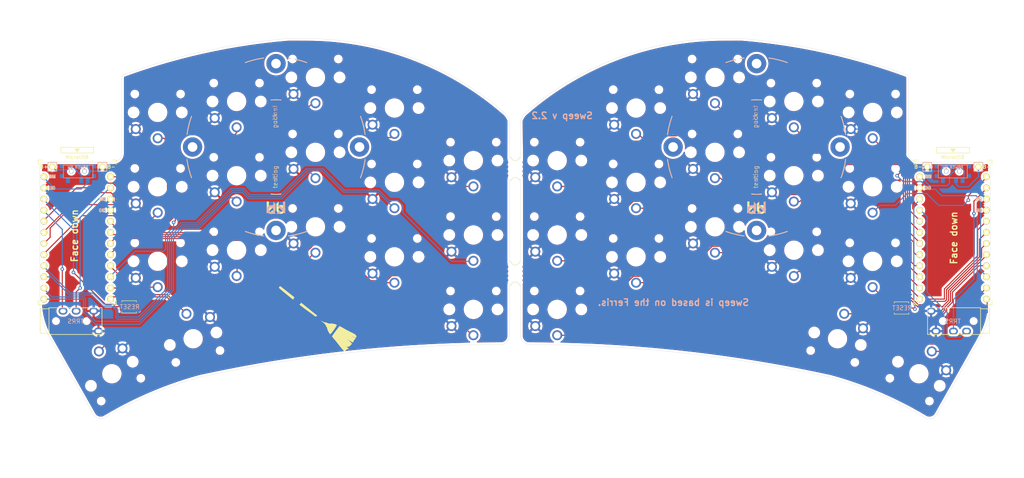
<source format=kicad_pcb>
(kicad_pcb (version 20211014) (generator pcbnew)
  (layers (0 "F.Cu" signal) (31 "B.Cu" signal) (34 "B.Paste" user) (35 "F.Paste" user) (36 "B.SilkS" user "B.Silkscreen") (37 "F.SilkS" user "F.Silkscreen") (38 "B.Mask" user) (39 "F.Mask" user) (44 "Edge.Cuts" user))
  (net 0 "")
  (net 1 "BT+")
  (net 2 "gnd")
  (net 3 "vcc")
  (net 4 "Switch18")
  (net 5 "reset")
  (net 6 "Switch1")
  (net 7 "Switch2")
  (net 8 "Switch3")
  (net 9 "Switch4")
  (net 10 "Switch5")
  (net 11 "Switch6")
  (net 12 "Switch7")
  (net 13 "Switch8")
  (net 14 "Switch9")
  (net 15 "Switch10")
  (net 16 "Switch11")
  (net 17 "Switch12")
  (net 18 "Switch13")
  (net 19 "Switch14")
  (net 20 "Switch15")
  (net 21 "Switch16")
  (net 22 "Switch17")
  (net 23 "Net-(SW_POWER1-Pad1)")
  (net 24 "raw")
  (net 25 "BT+_r")
  (net 26 "Switch18_r")
  (net 27 "reset_r")
  (net 28 "Switch9_r")
  (net 29 "Switch10_r")
  (net 30 "Switch11_r")
  (net 31 "Switch12_r")
  (net 32 "Switch13_r")
  (net 33 "Switch14_r")
  (net 34 "Switch15_r")
  (net 35 "Switch16_r")
  (net 36 "Switch17_r")
  (net 37 "Switch1_r")
  (net 38 "Switch2_r")
  (net 39 "Switch3_r")
  (net 40 "Switch4_r")
  (net 41 "Switch5_r")
  (net 42 "Switch6_r")
  (net 43 "Switch7_r")
  (net 44 "Switch8_r")
  (net 45 "Net-(SW_POWERR1-Pad1)")
  (footprint "kbd:ProMicro_v3_min" (layer "F.Cu") (at 230.178 67.564)
    (fp_text reference "U1" hide)
    (fp_text value "ProMicro-kbd" hide)
  )
  (footprint "Kailh:TRRS-PJ-320A" (layer "F.Cu") (at 236.474 86.052 -90)
    (fp_text reference "J2")
    (fp_text value "AudioJack4dpb" hide)
  )
  (footprint "* duckyb-collection:choc-v1-with-millmax" (layer "F.Cu") (at 175.856 64.516)
    (fp_text reference "SW16" hide)
    (fp_text value "SW_Push" hide)
  )
  (footprint "* duckyb-collection:choc-v1-with-millmax" (layer "F.Cu") (at 222.386 98.082 150)
    (fp_text reference "SW20" hide)
    (fp_text value "SW_Push" hide)
  )
  (footprint "* duckyb-collection:choc-v1-with-millmax" (layer "F.Cu") (at 157.856 71.374)
    (fp_text reference "SW15" hide)
    (fp_text value "SW_Push" hide)
  )
  (footprint "* duckyb-collection:choc-v1-with-millmax" (layer "F.Cu") (at 203.826 90.082 165)
    (fp_text reference "SW21" hide)
    (fp_text value "SW_Push" hide)
  )
  (footprint "* duckyb-collection:choc-v1-with-millmax" (layer "F.Cu") (at 193.856 69.85)
    (fp_text reference "SW17" hide)
    (fp_text value "SW_Push" hide)
  )
  (footprint "* duckyb-collection:choc-v1-with-millmax" (layer "F.Cu") (at 211.836 72.39)
    (fp_text reference "SW18" hide)
    (fp_text value "SW_Push" hide)
  )
  (footprint "* duckyb-collection:choc-v1-with-millmax" (layer "F.Cu") (at 175.856 30.382)
    (fp_text reference "SW4" hide)
    (fp_text value "SW_Push" hide)
  )
  (footprint "* duckyb-collection:choc-v1-with-millmax" (layer "F.Cu") (at 157.856 37.382)
    (fp_text reference "SW3" hide)
    (fp_text value "SW_Push" hide)
  )
  (footprint "* duckyb-collection:choc-v1-with-millmax" (layer "F.Cu") (at 157.856 54.356)
    (fp_text reference "SW9" hide)
    (fp_text value "SW_Push" hide)
  )
  (footprint "* duckyb-collection:choc-v1-with-millmax" (layer "F.Cu") (at 139.856 83.382)
    (fp_text reference "SW14" hide)
    (fp_text value "SW_Push" hide)
  )
  (footprint "* duckyb-collection:choc-v1-with-millmax" (layer "F.Cu") (at 211.836 55.372)
    (fp_text reference "SW12" hide)
    (fp_text value "SW_Push" hide)
  )
  (footprint "* duckyb-collection:choc-v1-with-millmax" (layer "F.Cu") (at 193.856 52.832)
    (fp_text reference "SW11" hide)
    (fp_text value "SW_Push" hide)
  )
  (footprint "* duckyb-collection:choc-v1-with-millmax" (layer "F.Cu") (at 139.856 66.382)
    (fp_text reference "SW8" hide)
    (fp_text value "SW_Push" hide)
  )
  (footprint "* duckyb-collection:choc-v1-with-millmax" (layer "F.Cu") (at 211.856 38.382)
    (fp_text reference "SW6" hide)
    (fp_text value "SW_Push" hide)
  )
  (footprint "* duckyb-collection:choc-v1-with-millmax" (layer "F.Cu") (at 193.856 35.882)
    (fp_text reference "SW5" hide)
    (fp_text value "SW_Push" hide)
  )
  (footprint "* duckyb-collection:choc-v1-with-millmax" (layer "F.Cu") (at 139.856 49.382)
    (fp_text reference "SW2" hide)
    (fp_text value "SW_Push" hide)
  )
  (footprint "Duckyb-Parts:mouse-bite-5mm-slot-with-space-for-track" (layer "F.Cu") (at 130.302 51.308)
    (fp_text reference "mouse-bite-2mm-slot" hide)
    (fp_text value "VAL**" hide)
  )
  (footprint "Duckyb-Parts:mouse-bite-5mm-slot-with-space-for-track" (layer "F.Cu") (at 130.302 75.184)
    (fp_text reference "mouse-bite-2mm-slot" hide)
    (fp_text value "VAL**" hide)
  )
  (footprint "kbd:SW_SPST_B3U-1000P" (layer "F.Cu") (at 218.44 83.058)
    (fp_text reference "RSW1" hide)
    (fp_text value "SW_Push")
  )
  (footprint "* duckyb-collection:choc-v1-with-millmax" (layer "F.Cu") (at 175.856 47.498)
    (fp_text reference "SW10" hide)
    (fp_text value "SW_Push" hide)
  )
  (footprint "kbd:Tenting_Puck2" (layer "F.Cu") (at 185.356 46.282)
    (fp_text reference "REF**")
    (fp_text value "Tenting Puck")
  )
  (footprint "kbd:1pin_conn" (layer "F.Cu") (at 235.966 50.8)
    (fp_text reference "B+")
    (fp_text value "MountingHole_Pad" hide)
  )
  (footprint "kbd:1pin_conn" (layer "F.Cu") (at 224.282 50.8)
    (fp_text reference "B-")
    (fp_text value "MountingHole_Pad" hide)
  )
  (footprint "kbd:ProMicro_v3_min" (layer "F.Cu") (at 30.326 67.564)
    (fp_text reference "U2" hide)
    (fp_text value "ProMicro-kbd" hide)
  )
  (footprint "Kailh:TRRS-PJ-320A" (layer "F.Cu") (at 23.876 86.052 90)
    (fp_text reference "J1")
    (fp_text value "AudioJack4dpb" hide)
  )
  (footprint "* duckyb-collection:choc-v1-with-millmax" (layer "F.Cu") (at 48.686 72.39)
    (fp_text reference "SW17_r1" hide)
    (fp_text value "SW_Push" hide)
  )
  (footprint "* duckyb-collection:choc-v1-with-millmax" (layer "F.Cu") (at 66.7 52.832)
    (fp_text reference "SW11_r1" hide)
    (fp_text value "SW_Push" hide)
  )
  (footprint "* duckyb-collection:choc-v1-with-millmax" (layer "F.Cu") (at 84.688 64.516)
    (fp_text reference "SW15_r1" hide)
    (fp_text value "SW_Push" hide)
  )
  (footprint "* duckyb-collection:choc-v1-with-millmax" (layer "F.Cu") (at 102.714 71.374)
    (fp_text reference "SW18_r1" hide)
    (fp_text value "SW_Push" hide)
  )
  (footprint "* duckyb-collection:choc-v1-with-millmax" (layer "F.Cu") (at 48.686 38.382)
    (fp_text reference "SW6_r1" hide)
    (fp_text value "SW_Push" hide)
  )
  (footprint "* duckyb-collection:choc-v1-with-millmax" (layer "F.Cu") (at 66.7 35.882)
    (fp_text reference "SW5_r1" hide)
    (fp_text value "SW_Push" hide)
  )
  (footprint "* duckyb-collection:choc-v1-with-millmax" (layer "F.Cu") (at 120.732 49.382)
    (fp_text reference "SW2_r1" hide)
    (fp_text value "SW_Push" hide)
  )
  (footprint "* duckyb-collection:choc-v1-with-millmax" (layer "F.Cu") (at 66.7 69.85)
    (fp_text reference "SW16_r1" hide)
    (fp_text value "SW_Push" hide)
  )
  (footprint "* duckyb-collection:choc-v1-with-millmax" (layer "F.Cu") (at 84.688 30.382)
    (fp_text reference "SW4_r1" hide)
    (fp_text value "SW_Push" hide)
  )
  (footprint "* duckyb-collection:choc-v1-with-millmax" (layer "F.Cu") (at 120.732 83.382)
    (fp_text reference "SW13_r1" hide)
    (fp_text value "SW_Push" hide)
  )
  (footprint "* duckyb-collection:choc-v1-with-millmax" (layer "F.Cu") (at 48.686 55.372)
    (fp_text reference "SW12_r1" hide)
    (fp_text value "SW_Push" hide)
  )
  (footprint "* duckyb-collection:choc-v1-with-millmax" (layer "F.Cu") (at 102.714 37.382)
    (fp_text reference "SW3_r1" hide)
    (fp_text value "SW_Push" hide)
  )
  (footprint "* duckyb-collection:choc-v1-with-millmax" (layer "F.Cu") (at 102.714 54.356)
    (fp_text reference "SW8_r1" hide)
    (fp_text value "SW_Push" hide)
  )
  (footprint "* duckyb-collection:choc-v1-with-millmax" (layer "F.Cu") (at 56.778 90.082 -165)
    (fp_text reference "SW21_r1" hide)
    (fp_text value "SW_Push" hide)
  )
  (footprint "Kailh:ferris_broom" (layer "F.Cu") (at 84.074 85.344 7)
    (fp_text reference "G***" hide)
    (fp_text value "LOGO" hide)
  )
  (footprint "* duckyb-collection:choc-v1-with-millmax" (layer "F.Cu") (at 84.688 47.498)
    (fp_text reference "SW9_r1" hide)
    (fp_text value "SW_Push" hide)
  )
  (footprint "* duckyb-collection:choc-v1-with-millmax" (layer "F.Cu") (at 38.218 98.082 -150)
    (fp_text reference "SW20_r1" hide)
    (fp_text value "SW_Push" hide)
  )
  (footprint "* duckyb-collection:choc-v1-with-millmax" (layer "F.Cu") (at 120.732 66.382)
    (fp_text reference "SW7_r1" hide)
    (fp_text value "SW_Push" hide)
  )
  (footprint "kbd:Tenting_Puck2" (layer "F.Cu") (at 75.692 46.282)
    (fp_text reference "REF**")
    (fp_text value "Tenting Puck")
  )
  (footprint "kbd:1pin_conn" (layer "F.Cu") (at 36.068 50.8)
    (fp_text reference "B-")
    (fp_text value "MountingHole_Pad" hide)
  )
  (footprint "kbd:1pin_conn" (layer "F.Cu") (at 24.638 50.8)
    (fp_text reference "B+")
    (fp_text value "MountingHole_Pad" hide)
  )
  (footprint "kbd:SW_SPST_B3U-1000P" (layer "F.Cu") (at 42.164 82.804)
    (fp_text reference "RSW2" hide)
    (fp_text value "SW_Push")
  )
  (footprint "Kailh:SPDT_C128955" (layer "B.Cu") (at 230.124 51.816 180)
    (fp_text reference "POWER SW")
    (fp_text value "SW_SPDT")
  )
  (footprint "Kailh:SPDT_C128955" (layer "B.Cu") (at 30.48 51.816 180)
    (fp_text reference "POWER SW")
    (fp_text value "SW_SPDT")
  )
  (gr_rect (start 27.178 50.419) (end 33.909 53.34) (layer "B.SilkS") (width 0.12) (fill none))
  (gr_rect (start 226.822 50.419) (end 233.426 53.34) (layer "B.SilkS") (width 0.12) (fill none))
  (gr_line (start 131.5085 77.724) (end 131.506254 89.547024) (layer "Edge.Cuts") (width 0.05))
  (gr_line (start 219.998001 47.763999) (end 219.998045 30.439419) (layer "Edge.Cuts") (width 0.05))
  (gr_arc (start 226.446 107.451265) (mid 225.204995 108.32098) (end 223.714 108.05) (layer "Edge.Cuts") (width 0.05))
  (gr_arc (start 222.033002 49.694917) (mid 220.620534 49.145716) (end 219.998001 47.763999) (layer "Edge.Cuts") (width 0.05))
  (gr_arc (start 182.067777 21.502679) (mid 201.091879 24.375764) (end 219.56329 29.758889) (layer "Edge.Cuts") (width 0.05))
  (gr_arc (start 132.893 38.265) (mid 153.988491 25.788882) (end 178.120389 21.508139) (layer "Edge.Cuts") (width 0.05))
  (gr_arc (start 237.938 49.692) (mid 238.46833 49.91167) (end 238.688 50.442) (layer "Edge.Cuts") (width 0.05))
  (gr_arc (start 131.466055 40.278702) (mid 132.022929 39.160882) (end 132.893 38.265) (layer "Edge.Cuts") (width 0.05))
  (gr_arc (start 133.544 91.383119) (mid 132.156573 90.874102) (end 131.506254 89.547024) (layer "Edge.Cuts") (width 0.05))
  (gr_arc (start 219.56329 29.758889) (mid 219.880079 30.035645) (end 219.998045 30.439419) (layer "Edge.Cuts") (width 0.05))
  (gr_arc (start 202.185134 98.863946) (mid 213.262488 102.723597) (end 223.714 108.05) (layer "Edge.Cuts") (width 0.05))
  (gr_line (start 222.033002 49.694917) (end 237.938 49.692) (layer "Edge.Cuts") (width 0.05))
  (gr_arc (start 133.544 91.383119) (mid 168.064442 93.289554) (end 202.185134 98.863946) (layer "Edge.Cuts") (width 0.05))
  (gr_line (start 238.688 58.42) (end 238.688 66.548) (layer "Edge.Cuts") (width 0.05))
  (gr_line (start 236.953304 88.85815) (end 226.446 107.451265) (layer "Edge.Cuts") (width 0.05))
  (gr_arc (start 238.7 81.534) (mid 238.242913 85.295347) (end 236.953304 88.85815) (layer "Edge.Cuts") (width 0.05))
  (gr_line (start 182.067777 21.502679) (end 178.120389 21.508139) (layer "Edge.Cuts") (width 0.05))
  (gr_line (start 238.688 50.442) (end 238.688 58.42) (layer "Edge.Cuts") (width 0.05))
  (gr_line (start 131.466055 40.278702) (end 131.572 48.768) (layer "Edge.Cuts") (width 0.05))
  (gr_line (start 129.3495 48.768) (end 128.96 48.768) (layer "Edge.Cuts") (width 0.05))
  (gr_line (start 238.688 66.548) (end 238.688 75.438) (layer "Edge.Cuts") (width 0.05))
  (gr_line (start 238.688 75.438) (end 238.7 81.534) (layer "Edge.Cuts") (width 0.05))
  (gr_line (start 129.3495 72.644) (end 128.96 72.644) (layer "Edge.Cuts") (width 0.05))
  (gr_line (start 129.3495 53.848) (end 128.96 53.848) (layer "Edge.Cuts") (width 0.05))
  (gr_line (start 129.3495 77.724) (end 128.96 77.724) (layer "Edge.Cuts") (width 0.05))
  (gr_line (start 131.572 53.848) (end 131.572 72.644) (layer "Edge.Cuts") (width 0.05))
  (gr_line (start 78.412223 21.502679) (end 82.613611 21.508139) (layer "Edge.Cuts") (width 0.05))
  (gr_line (start 21.792 50.442) (end 21.792 58.42) (layer "Edge.Cuts") (width 0.05))
  (gr_line (start 128.96 77.724) (end 128.975507 89.545022) (layer "Edge.Cuts") (width 0.05))
  (gr_arc (start 127.587 38.265) (mid 128.457071 39.160882) (end 129.013945 40.278702) (layer "Edge.Cuts") (width 0.05))
  (gr_arc (start 128.975507 89.545022) (mid 128.324689 90.873432) (end 126.936 91.383119) (layer "Edge.Cuts") (width 0.05))
  (gr_line (start 40.481999 47.763999) (end 40.481955 30.439419) (layer "Edge.Cuts") (width 0.05))
  (gr_line (start 21.792 66.548) (end 21.792 73.914) (layer "Edge.Cuts") (width 0.05))
  (gr_line (start 23.526696 88.85815) (end 34.034 107.451265) (layer "Edge.Cuts") (width 0.05))
  (gr_arc (start 40.481999 47.763999) (mid 39.859467 49.145717) (end 38.446998 49.694917) (layer "Edge.Cuts") (width 0.05))
  (gr_arc (start 40.91671 29.758889) (mid 59.388121 24.375764) (end 78.412223 21.502679) (layer "Edge.Cuts") (width 0.05))
  (gr_arc (start 58.294866 98.863946) (mid 92.415558 93.289555) (end 126.936 91.383119) (layer "Edge.Cuts") (width 0.05))
  (gr_arc (start 23.526696 88.85815) (mid 22.237087 85.295347) (end 21.78 81.534) (layer "Edge.Cuts") (width 0.05))
  (gr_arc (start 21.792 50.442) (mid 22.01167 49.91167) (end 22.542 49.692) (layer "Edge.Cuts") (width 0.05))
  (gr_line (start 38.446998 49.694917) (end 22.542 49.692) (layer "Edge.Cuts") (width 0.05))
  (gr_line (start 21.792 58.42) (end 21.792 66.548) (layer "Edge.Cuts") (width 0.05))
  (gr_arc (start 40.481955 30.439419) (mid 40.599921 30.035645) (end 40.91671 29.758889) (layer "Edge.Cuts") (width 0.05))
  (gr_arc (start 36.766 108.05) (mid 35.275005 108.32098) (end 34.034 107.451265) (layer "Edge.Cuts") (width 0.05))
  (gr_arc (start 82.613611 21.508139) (mid 106.610476 25.833455) (end 127.587 38.265) (layer "Edge.Cuts") (width 0.05))
  (gr_arc (start 36.766 108.05) (mid 47.217512 102.723597) (end 58.294866 98.863946) (layer "Edge.Cuts") (width 0.05))
  (gr_line (start 21.792 73.914) (end 21.78 81.534) (layer "Edge.Cuts") (width 0.05))
  (gr_line (start 128.96 53.848) (end 128.96 72.644) (layer "Edge.Cuts") (width 0.05))
  (gr_line (start 129.013945 40.278702) (end 128.96 48.768) (layer "Edge.Cuts") (width 0.05))
  (gr_line (start 131.572 48.768) (end 131.2545 48.768) (layer "Edge.Cuts") (width 0.05))
  (gr_arc (start 131.254499 72.644) (mid 130.302 73.288873) (end 129.349501 72.643999) (layer "Edge.Cuts") (width 0.05))
  (gr_line (start 131.572 53.848) (end 131.2545 53.848) (layer "Edge.Cuts") (width 0.05))
  (gr_arc (start 129.349501 77.724) (mid 130.302 77.079127) (end 131.254499 77.724001) (layer "Edge.Cuts") (width 0.05))
  (gr_line (start 131.572 72.644) (end 131.2545 72.644) (layer "Edge.Cuts") (width 0.05))
  (gr_arc (start 131.254499 48.768) (mid 130.302 49.412873) (end 129.349501 48.767999) (layer "Edge.Cuts") (width 0.05))
  (gr_line (start 131.5085 77.724) (end 131.2545 77.724) (layer "Edge.Cuts") (width 0.05))
  (gr_arc (start 129.349501 53.848) (mid 130.302 53.203127) (end 131.254499 53.848001) (layer "Edge.Cuts") (width 0.05))
  (gr_text "Sweep v 2.2" (at 140.97 39.116) (layer "B.SilkS") (effects (font (size 1.5 1.5) (thickness 0.3)) (justify mirror)))
  (gr_text "Sweep is based on the Ferris." (at 166.37 81.788) (layer "B.SilkS") (effects (font (size 1.5 1.5) (thickness 0.3)) (justify mirror)))
  (gr_text "Face down" (at 230.378 67.056 90) (layer "F.SilkS") (effects (font (size 1.5 1.5) (thickness 0.3))))
  (gr_text "Face down" (at 29.718 66.548 90) (layer "F.SilkS") (effects (font (size 1.5 1.5) (thickness 0.3))))
  (segment (start 25.360999 51.522999) (end 28.051999 51.522999) (width 0.25) (layer "B.Cu") (net 1))
  (segment (start 24.638 50.8) (end 25.360999 51.522999) (width 0.25) (layer "B.Cu") (net 1))
  (segment (start 29.046501 50.890501) (end 29.373499 50.890501) (width 0.25) (layer "B.Cu") (net 1))
  (segment (start 28.738499 50.836499) (end 28.992499 50.836499) (width 0.25) (layer "B.Cu") (net 1))
  (segment (start 31.23 52.747002) (end 31.23 53.891) (width 0.25) (layer "B.Cu") (net 1))
  (segment (start 28.051999 51.522999) (end 28.738499 50.836499) (width 0.25) (layer "B.Cu") (net 1))
  (segment (start 29.373499 50.890501) (end 31.23 52.747002) (width 0.25) (layer "B.Cu") (net 1))
  (segment (start 28.992499 50.836499) (end 29.046501 50.890501) (width 0.25) (layer "B.Cu") (net 1))
  (segment (start 224.8576 85.65317) (end 225.174 85.33677) (width 0.25) (layer "F.Cu") (net 2))
  (segment (start 225.174 85.33677) (end 225.174 83.552) (width 0.25) (layer "F.Cu") (net 2))
  (segment (start 216.74 83.058) (end 216.74 84.758) (width 0.25) (layer "F.Cu") (net 2))
  (segment (start 216.74 85.54477) (end 216.8484 85.65317) (width 0.25) (layer "F.Cu") (net 2))
  (segment (start 216.8484 85.65317) (end 224.8576 85.65317) (width 0.25) (layer "F.Cu") (net 2))
  (segment (start 216.74 84.758) (end 216.74 85.54477) (width 0.25) (layer "F.Cu") (net 2))
  (segment (start 40.40601 82.74601) (end 40.464 82.804) (width 0.25) (layer "F.Cu") (net 2))
  (segment (start 34.076 83.552) (end 37.80201 83.552) (width 0.25) (layer "F.Cu") (net 2))
  (segment (start 37.80201 83.552) (end 38.608 82.74601) (width 0.25) (layer "F.Cu") (net 2))
  (segment (start 38.608 82.74601) (end 40.40601 82.74601) (width 0.25) (layer "F.Cu") (net 2))
  (segment (start 213.159159 42.182) (end 206.856 42.182) (width 0.25) (layer "B.Cu") (net 2))
  (segment (start 221.777159 50.8) (end 213.159159 42.182) (width 0.25) (layer "B.Cu") (net 2))
  (segment (start 226.254 88.332) (end 226.274 88.352) (width 0.25) (layer "B.Cu") (net 2))
  (segment (start 226.244 88.322) (end 226.274 88.352) (width 0.25) (layer "B.Cu") (net 2))
  (segment (start 224.282 50.8) (end 221.777159 50.8) (width 0.25) (layer "B.Cu") (net 2))
  (segment (start 26.924 83.4) (end 27.076 83.552) (width 0.25) (layer "F.Cu") (net 3))
  (segment (start 26.924 74.168) (end 26.924 83.4) (width 0.25) (layer "F.Cu") (net 3))
  (via (at 26.924 74.168) (size 0.8) (drill 0.4) (layers "F.Cu" "B.Cu") (net 3))
  (segment (start 233.254 88.332) (end 233.274 88.352) (width 0.25) (layer "B.Cu") (net 3))
  (segment (start 26.924 65.1126) (end 26.924 74.168) (width 0.25) (layer "B.Cu") (net 3))
  (segment (start 22.5174 60.706) (end 26.924 65.1126) (width 0.25) (layer "B.Cu") (net 3))
  (segment (start 224.282 62.2186) (end 224.282 79.502) (width 0.25) (layer "B.Cu") (net 3))
  (segment (start 229.108 89.662) (end 231.764 89.662) (width 0.25) (layer "B.Cu") (net 3))
  (segment (start 222.7694 60.706) (end 224.282 62.2186) (width 0.25) (layer "B.Cu") (net 3))
  (segment (start 231.764 89.662) (end 233.274 88.152) (width 0.25) (layer "B.Cu") (net 3))
  (segment (start 228.854 84.074) (end 228.854 89.408) (width 0.25) (layer "B.Cu") (net 3))
  (segment (start 228.854 89.408) (end 229.108 89.662) (width 0.25) (layer "B.Cu") (net 3))
  (segment (start 224.282 79.502) (end 228.854 84.074) (width 0.25) (layer "B.Cu") (net 3))
  (segment (start 237.9894 55.626) (end 234.95 58.6654) (width 0.25) (layer "F.Cu") (net 4))
  (segment (start 234.95 58.6654) (end 234.95 61.468) (width 0.25) (layer "F.Cu") (net 4))
  (via (at 234.95 61.468) (size 0.8) (drill 0.4) (layers "F.Cu" "B.Cu") (net 4))
  (segment (start 230.274 81.13) (end 234.95 76.454) (width 0.25) (layer "B.Cu") (net 4))
  (segment (start 230.274 88.152) (end 230.274 81.13) (width 0.25) (layer "B.Cu") (net 4))
  (segment (start 234.95 76.454) (end 234.95 61.468) (width 0.25) (layer "B.Cu") (net 4))
  (segment (start 220.14 83.058) (end 221.234 83.058) (width 0.25) (layer "F.Cu") (net 5))
  (segment (start 221.234 83.058) (end 221.488 83.312) (width 0.25) (layer "F.Cu") (net 5))
  (via (at 221.488 83.312) (size 0.8) (drill 0.4) (layers "F.Cu" "B.Cu") (net 5))
  (segment (start 221.488 82.55) (end 221.234 82.296) (width 0.25) (layer "B.Cu") (net 5))
  (segment (start 221.488 83.312) (end 221.488 82.55) (width 0.25) (layer "B.Cu") (net 5))
  (segment (start 221.234 59.7014) (end 221.234 82.296) (width 0.25) (layer "B.Cu") (net 5))
  (segment (start 222.7694 58.166) (end 221.234 59.7014) (width 0.25) (layer "B.Cu") (net 5))
  (segment (start 217.678 50.292) (end 218.41796 51.03196) (width 0.25) (layer "F.Cu") (net 6))
  (segment (start 155.956 44.958) (end 162.814 44.958) (width 0.25) (layer "F.Cu") (net 6))
  (segment (start 205.994 50.292) (end 217.678 50.292) (width 0.25) (layer "F.Cu") (net 6))
  (segment (start 218.41796 51.03196) (end 218.41796 51.83804) (width 0.25) (layer "F.Cu") (net 6))
  (segment (start 199.84001 47.69401) (end 202.946 50.8) (width 0.25) (layer "F.Cu") (net 6))
  (segment (start 167.057719 43.732009) (end 169.641728 41.148) (width 0.25) (layer "F.Cu") (net 6))
  (segment (start 164.03999 43.73201) (end 167.057719 43.732009) (width 0.25) (layer "F.Cu") (net 6))
  (segment (start 162.814 44.958) (end 164.03999 43.73201) (width 0.25) (layer "F.Cu") (net 6))
  (segment (start 183.38518 41.148) (end 188.6032 46.36602) (width 0.25) (layer "F.Cu") (net 6))
  (segment (start 202.946 50.8) (end 205.486 50.8) (width 0.25) (layer "F.Cu") (net 6))
  (segment (start 196.53079 46.36602) (end 197.85878 47.69401) (width 0.25) (layer "F.Cu") (net 6))
  (segment (start 197.85878 47.69401) (end 199.84001 47.69401) (width 0.25) (layer "F.Cu") (net 6))
  (segment (start 188.6032 46.36602) (end 196.53079 46.36602) (width 0.25) (layer "F.Cu") (net 6))
  (segment (start 218.41796 51.83804) (end 217.424 52.832) (width 0.25) (layer "F.Cu") (net 6))
  (segment (start 205.486 50.8) (end 205.994 50.292) (width 0.25) (layer "F.Cu") (net 6))
  (segment (start 169.641728 41.148) (end 183.38518 41.148) (width 0.25) (layer "F.Cu") (net 6))
  (segment (start 139.856 55.282) (end 145.632 55.282) (width 0.25) (layer "F.Cu") (net 6))
  (segment (start 145.632 55.282) (end 155.956 44.958) (width 0.25) (layer "F.Cu") (net 6))
  (via (at 217.424 52.832) (size 0.8) (drill 0.4) (layers "F.Cu" "B.Cu") (net 6))
  (segment (start 237.9894 75.946) (end 236.4697 74.4263) (width 0.25) (layer "B.Cu") (net 6))
  (segment (start 236.4697 58.4243) (end 235.4451 57.3997) (width 0.25) (layer "B.Cu") (net 6))
  (segment (start 236.4697 74.4263) (end 236.4697 58.4243) (width 0.25) (layer "B.Cu") (net 6))
  (segment (start 224.711081 55.958919) (end 222.925163 54.173001) (width 0.25) (layer "B.Cu") (net 6))
  (segment (start 218.765001 54.173001) (end 217.424 52.832) (width 0.25) (layer "B.Cu") (net 6))
  (segment (start 235.4451 57.3997) (end 227.5797 57.3997) (width 0.25) (layer "B.Cu") (net 6))
  (segment (start 227.5797 57.3997) (end 226.138919 55.958919) (width 0.25) (layer "B.Cu") (net 6))
  (segment (start 226.138919 55.958919) (end 224.711081 55.958919) (width 0.25) (layer "B.Cu") (net 6))
  (segment (start 222.925163 54.173001) (end 218.765001 54.173001) (width 0.25) (layer "B.Cu") (net 6))
  (segment (start 203.07441 50.292) (end 205.35759 50.292) (width 0.25) (layer "F.Cu") (net 7))
  (segment (start 205.933189 49.716401) (end 218.243991 49.716401) (width 0.25) (layer "F.Cu") (net 7))
  (segment (start 218.86797 50.34038) (end 218.86797 65.70597) (width 0.25) (layer "F.Cu") (net 7))
  (segment (start 200.026411 47.244001) (end 203.07441 50.292) (width 0.25) (layer "F.Cu") (net 7))
  (segment (start 159.234991 44.172991) (end 162.962599 44.172991) (width 0.25) (layer "F.Cu") (net 7))
  (segment (start 163.853591 43.282001) (end 166.871317 43.282001) (width 0.25) (layer "F.Cu") (net 7))
  (segment (start 157.856 43.282) (end 158.344 43.282) (width 0.25) (layer "F.Cu") (net 7))
  (segment (start 169.513318 40.64) (end 183.51359 40.64) (width 0.25) (layer "F.Cu") (net 7))
  (segment (start 205.35759 50.292) (end 205.933189 49.716401) (width 0.25) (layer "F.Cu") (net 7))
  (segment (start 166.871317 43.282001) (end 169.513318 40.64) (width 0.25) (layer "F.Cu") (net 7))
  (segment (start 162.962599 44.172991) (end 163.853591 43.282001) (width 0.25) (layer "F.Cu") (net 7))
  (segment (start 158.344 43.282) (end 159.234991 44.172991) (width 0.25) (layer "F.Cu") (net 7))
  (segment (start 218.243991 49.716401) (end 218.86797 50.34038) (width 0.25) (layer "F.Cu") (net 7))
  (segment (start 221.234 70.358) (end 221.742 70.866) (width 0.25) (layer "F.Cu") (net 7))
  (segment (start 218.86797 65.70597) (end 221.234 68.072) (width 0.25) (layer "F.Cu") (net 7))
  (segment (start 221.234 68.072) (end 221.234 70.358) (width 0.25) (layer "F.Cu") (net 7))
  (segment (start 221.742 70.866) (end 222.5694 70.866) (width 0.25) (layer "F.Cu") (net 7))
  (segment (start 198.55318 47.244) (end 200.026411 47.244001) (width 0.25) (layer "F.Cu") (net 7))
  (segment (start 198.46359 47.15441) (end 198.55318 47.244) (width 0.25) (layer "F.Cu") (net 7))
  (segment (start 196.71719 45.91601) (end 197.95559 47.15441) (width 0.25) (layer "F.Cu") (net 7))
  (segment (start 183.51359 40.64) (end 188.7896 45.91601) (width 0.25) (layer "F.Cu") (net 7))
  (segment (start 188.7896 45.91601) (end 196.71719 45.91601) (width 0.25) (layer "F.Cu") (net 7))
  (segment (start 197.95559 47.15441) (end 198.46359 47.15441) (width 0.25) (layer "F.Cu") (net 7))
  (segment (start 219.31798 64.87458) (end 222.7694 68.326) (width 0.25) (layer "F.Cu") (net 8))
  (segment (start 188.976 45.466) (end 196.90359 45.466) (width 0.25) (layer "F.Cu") (net 8))
  (segment (start 179.76399 40.18999) (end 183.69999 40.18999) (width 0.25) (layer "F.Cu") (net 8))
  (segment (start 198.1156 46.67801) (end 200.20999 46.67801) (width 0.25) (layer "F.Cu") (net 8))
  (segment (start 218.430392 49.266392) (end 219.31798 50.15398) (width 0.25) (layer "F.Cu") (net 8))
  (segment (start 183.69999 40.18999) (end 188.976 45.466) (width 0.25) (layer "F.Cu") (net 8))
  (segment (start 205.17119 49.84199) (end 205.746788 49.266392) (width 0.25) (layer "F.Cu") (net 8))
  (segment (start 219.31798 50.15398) (end 219.31798 64.87458) (width 0.25) (layer "F.Cu") (net 8))
  (segment (start 196.90359 45.466) (end 198.1156 46.67801) (width 0.25) (layer "F.Cu") (net 8))
  (segment (start 175.856 36.282) (end 179.76399 40.18999) (width 0.25) (layer "F.Cu") (net 8))
  (segment (start 205.746788 49.266392) (end 218.430392 49.266392) (width 0.25) (layer "F.Cu") (net 8))
  (segment (start 203.26081 49.84199) (end 205.17119 49.84199) (width 0.25) (layer "F.Cu") (net 8))
  (segment (start 200.20999 46.67801) (end 200.20999 46.79117) (width 0.25) (layer "F.Cu") (net 8))
  (segment (start 200.20999 46.79117) (end 203.26081 49.84199) (width 0.25) (layer "F.Cu") (net 8))
  (segment (start 193.856 41.782) (end 198.302 46.228) (width 0.25) (layer "F.Cu") (net 9))
  (segment (start 219.76799 49.84199) (end 219.76799 62.78459) (width 0.25) (layer "F.Cu") (net 9))
  (segment (start 203.44721 49.39198) (end 204.98479 49.39198) (width 0.25) (layer "F.Cu") (net 9))
  (segment (start 205.560388 48.816382) (end 218.742382 48.816382) (width 0.25) (layer "F.Cu") (net 9))
  (segment (start 218.742382 48.816382) (end 219.76799 49.84199) (width 0.25) (layer "F.Cu") (net 9))
  (segment (start 200.66 46.49161) (end 200.66 46.60477) (width 0.25) (layer "F.Cu") (net 9))
  (segment (start 200.396391 46.228001) (end 200.66 46.49161) (width 0.25) (layer "F.Cu") (net 9))
  (segment (start 204.98479 49.39198) (end 205.560388 48.816382) (width 0.25) (layer "F.Cu") (net 9))
  (segment (start 219.76799 62.78459) (end 222.7694 65.786) (width 0.25) (layer "F.Cu") (net 9))
  (segment (start 198.302 46.228) (end 200.396391 46.228001) (width 0.25) (layer "F.Cu") (net 9))
  (segment (start 200.66 46.60477) (end 203.44721 49.39198) (width 0.25) (layer "F.Cu") (net 9))
  (segment (start 220.218 49.276) (end 220.218 60.6946) (width 0.25) (layer "F.Cu") (net 10))
  (segment (start 211.856 44.282) (end 215.940372 48.366372) (width 0.25) (layer "F.Cu") (net 10))
  (segment (start 215.940372 48.366372) (end 219.308372 48.366372) (width 0.25) (layer "F.Cu") (net 10))
  (segment (start 220.218 60.6946) (end 222.7694 63.246) (width 0.25) (layer "F.Cu") (net 10))
  (segment (start 219.308372 48.366372) (end 220.218 49.276) (width 0.25) (layer "F.Cu") (net 10))
  (segment (start 189.93401 58.98599) (end 192.659 56.261) (width 0.25) (layer "F.Cu") (net 11))
  (segment (start 220.61002 68.08443) (end 220.61002 72.52802) (width 0.25) (layer "F.Cu") (net 11))
  (segment (start 206.363981 65.139981) (end 217.665571 65.139981) (width 0.25) (layer "F.Cu") (net 11))
  (segment (start 157.226 58.674) (end 159.004 58.674) (width 0.25) (layer "F.Cu") (net 11))
  (segment (start 197.485 56.261) (end 206.363981 65.139981) (width 0.25) (layer "F.Cu") (net 11))
  (segment (start 166.12701 59.80599) (end 174.625 51.308) (width 0.25) (layer "F.Cu") (net 11))
  (segment (start 180.097546 54.621546) (end 180.097546 56.399546) (width 0.25) (layer "F.Cu") (net 11))
  (segment (start 159.004 58.674) (end 160.13599 59.80599) (width 0.25) (layer "F.Cu") (net 11))
  (segment (start 160.13599 59.80599) (end 166.12701 59.80599) (width 0.25) (layer "F.Cu") (net 11))
  (segment (start 176.784 51.308) (end 180.097546 54.621546) (width 0.25) (layer "F.Cu") (net 11))
  (segment (start 174.625 51.308) (end 176.784 51.308) (width 0.25) (layer "F.Cu") (net 11))
  (segment (start 180.097546 56.399546) (end 182.68399 58.98599) (width 0.25) (layer "F.Cu") (net 11))
  (segment (start 143.618 72.282) (end 157.226 58.674) (width 0.25) (layer "F.Cu") (net 11))
  (segment (start 217.665571 65.139981) (end 220.61002 68.08443) (width 0.25) (layer "F.Cu") (net 11))
  (segment (start 192.659 56.261) (end 197.485 56.261) (width 0.25) (layer "F.Cu") (net 11))
  (segment (start 220.61002 72.52802) (end 221.488 73.406) (width 0.25) (layer "F.Cu") (net 11))
  (segment (start 221.488 73.406) (end 222.5694 73.406) (width 0.25) (layer "F.Cu") (net 11))
  (segment (start 139.856 72.282) (end 143.618 72.282) (width 0.25) (layer "F.Cu") (net 11))
  (segment (start 182.68399 58.98599) (end 189.93401 58.98599) (width 0.25) (layer "F.Cu") (net 11))
  (segment (start 197.298802 56.71052) (end 206.178273 65.589991) (width 0.25) (layer "F.Cu") (net 12))
  (segment (start 166.312718 60.256) (end 174.752718 51.816) (width 0.25) (layer "F.Cu") (net 12))
  (segment (start 220.16001 68.27083) (end 220.16001 73.53661) (width 0.25) (layer "F.Cu") (net 12))
  (segment (start 179.648026 56.641616) (end 182.44241 59.436) (width 0.25) (layer "F.Cu") (net 12))
  (segment (start 179.648026 54.807744) (end 179.648026 56.641616) (width 0.25) (layer "F.Cu") (net 12))
  (segment (start 176.656282 51.816) (end 179.648026 54.807744) (width 0.25) (layer "F.Cu") (net 12))
  (segment (start 182.44241 59.436) (end 190.119718 59.436) (width 0.25) (layer "F.Cu") (net 12))
  (segment (start 220.16001 73.53661) (end 222.5694 75.946) (width 0.25) (layer "F.Cu") (net 12))
  (segment (start 206.178273 65.589991) (end 217.479171 65.589991) (width 0.25) (layer "F.Cu") (net 12))
  (segment (start 174.752718 51.816) (end 176.656282 51.816) (width 0.25) (layer "F.Cu") (net 12))
  (segment (start 192.845198 56.71052) (end 197.298802 56.71052) (width 0.25) (layer "F.Cu") (net 12))
  (segment (start 157.856 60.256) (end 166.312718 60.256) (width 0.25) (layer "F.Cu") (net 12))
  (segment (start 190.119718 59.436) (end 192.845198 56.71052) (width 0.25) (layer "F.Cu") (net 12))
  (segment (start 217.479171 65.589991) (end 220.16001 68.27083) (width 0.25) (layer "F.Cu") (net 12))
  (segment (start 205.992564 66.04) (end 217.29277 66.04) (width 0.25) (layer "F.Cu") (net 13))
  (segment (start 175.768 53.398) (end 177.116272 53.398) (width 0.25) (layer "F.Cu") (net 13))
  (segment (start 219.644385 68.639975) (end 219.71 68.70559) (width 0.25) (layer "F.Cu") (net 13))
  (segment (start 219.71 75.6266) (end 222.5694 78.486) (width 0.25) (layer "F.Cu") (net 13))
  (segment (start 193.082619 57.16004) (end 197.112604 57.16004) (width 0.25) (layer "F.Cu") (net 13))
  (segment (start 219.71 68.70559) (end 219.71 75.6266) (width 0.25) (layer "F.Cu") (net 13))
  (segment (start 179.12799 55.409718) (end 179.12799 56.75799) (width 0.25) (layer "F.Cu") (net 13))
  (segment (start 190.169658 60.073001) (end 193.082619 57.16004) (width 0.25) (layer "F.Cu") (net 13))
  (segment (start 179.12799 56.75799) (end 182.443001 60.073001) (width 0.25) (layer "F.Cu") (net 13))
  (segment (start 182.443001 60.073001) (end 190.169658 60.073001) (width 0.25) (layer "F.Cu") (net 13))
  (segment (start 177.116272 53.398) (end 179.12799 55.409718) (width 0.25) (layer "F.Cu") (net 13))
  (segment (start 217.29277 66.04) (end 219.644385 68.391615) (width 0.25) (layer "F.Cu") (net 13))
  (segment (start 197.112604 57.16004) (end 205.992564 66.04) (width 0.25) (layer "F.Cu") (net 13))
  (segment (start 219.644385 68.391615) (end 219.644385 68.639975) (width 0.25) (layer "F.Cu") (net 13))
  (segment (start 217.106572 66.48952) (end 219.194865 68.577813) (width 0.25) (layer "F.Cu") (net 14))
  (segment (start 196.129831 57.841009) (end 197.157855 57.841009) (width 0.25) (layer "F.Cu") (net 14))
  (segment (start 195.23884 58.732) (end 196.129831 57.841009) (width 0.25) (layer "F.Cu") (net 14))
  (segment (start 219.202 68.833308) (end 219.202 77.4586) (width 0.25) (layer "F.Cu") (net 14))
  (segment (start 205.806367 66.48952) (end 217.106572 66.48952) (width 0.25) (layer "F.Cu") (net 14))
  (segment (start 197.157855 57.841009) (end 205.806367 66.48952) (width 0.25) (layer "F.Cu") (net 14))
  (segment (start 219.194865 68.826173) (end 219.202 68.833308) (width 0.25) (layer "F.Cu") (net 14))
  (segment (start 193.802 58.732) (end 195.23884 58.732) (width 0.25) (layer "F.Cu") (net 14))
  (segment (start 219.194865 68.577813) (end 219.194865 68.826173) (width 0.25) (layer "F.Cu") (net 14))
  (segment (start 219.202 77.4586) (end 222.7694 81.026) (width 0.25) (layer "F.Cu") (net 14))
  (segment (start 237.9894 53.086) (end 233.68 57.3954) (width 0.25) (layer "F.Cu") (net 15))
  (segment (start 233.68 57.3954) (end 233.68 58.42) (width 0.25) (layer "F.Cu") (net 15))
  (via (at 233.68 58.42) (size 0.8) (drill 0.4) (layers "F.Cu" "B.Cu") (net 15))
  (segment (start 232.481001 59.618999) (end 233.68 58.42) (width 0.25) (layer "B.Cu") (net 15))
  (segment (start 211.836 61.272) (end 213.489001 59.618999) (width 0.25) (layer "B.Cu") (net 15))
  (segment (start 219.71 56.896) (end 224.170002 56.896) (width 0.25) (layer "B.Cu") (net 15))
  (segment (start 216.987001 59.618999) (end 219.71 56.896) (width 0.25) (layer "B.Cu") (net 15))
  (segment (start 226.893001 59.618999) (end 232.481001 59.618999) (width 0.25) (layer "B.Cu") (net 15))
  (segment (start 224.170002 56.896) (end 226.893001 59.618999) (width 0.25) (layer "B.Cu") (net 15))
  (segment (start 213.489001 59.618999) (end 216.987001 59.618999) (width 0.25) (layer "B.Cu") (net 15))
  (segment (start 215.646 79.502) (end 216.916 80.772) (width 0.25) (layer "F.Cu") (net 16))
  (segment (start 175.109908 68.453) (end 184.912 68.453) (width 0.25) (layer "F.Cu") (net 16))
  (segment (start 143.775453 89.282) (end 157.248964 75.808489) (width 0.25) (layer "F.Cu") (net 16))
  (segment (start 206.70903 78.91397) (end 210.439 75.184) (width 0.25) (layer "F.Cu") (net 16))
  (segment (start 222.25 82.296) (end 223.366176 82.296) (width 0.25) (layer "F.Cu") (net 16))
  (segment (start 166.889546 70.854454) (end 172.708454 70.854454) (width 0.25) (layer "F.Cu") (net 16))
  (segment (start 210.439 75.184) (end 213.741 75.184) (width 0.25) (layer "F.Cu") (net 16))
  (segment (start 220.726 80.772) (end 222.25 82.296) (width 0.25) (layer "F.Cu") (net 16))
  (segment (start 216.916 80.772) (end 220.726 80.772) (width 0.25) (layer "F.Cu") (net 16))
  (segment (start 190.5 73.025) (end 202.05982 73.025) (width 0.25) (layer "F.Cu") (net 16))
  (segment (start 202.05982 73.025) (end 203.14201 74.10719) (width 0.25) (layer "F.Cu") (net 16))
  (segment (start 172.708454 70.854454) (end 175.109908 68.453) (width 0.25) (layer "F.Cu") (net 16))
  (segment (start 203.14201 74.10719) (end 203.14201 77.7916) (width 0.25) (layer "F.Cu") (net 16))
  (segment (start 235.802379 71.124571) (end 235.802379 65.233021) (width 0.25) (layer "F.Cu") (net 16))
  (segment (start 161.935511 75.808489) (end 166.889546 70.854454) (width 0.25) (layer "F.Cu") (net 16))
  (segment (start 139.856 89.282) (end 143.775453 89.282) (width 0.25) (layer "F.Cu") (net 16))
  (segment (start 203.14201 77.7916) (end 204.26438 78.91397) (width 0.25) (layer "F.Cu") (net 16))
  (segment (start 215.646 77.089) (end 215.646 79.502) (width 0.25) (layer "F.Cu") (net 16))
  (segment (start 189.484 72.009) (end 190.5 73.025) (width 0.25) (layer "F.Cu") (net 16))
  (segment (start 235.802379 65.233021) (end 237.7894 63.246) (width 0.25) (layer "F.Cu") (net 16))
  (segment (start 213.741 75.184) (end 215.646 77.089) (width 0.25) (layer "F.Cu") (net 16))
  (segment (start 224.636176 81.026) (end 228.21759 81.026) (width 0.25) (layer "F.Cu") (net 16))
  (segment (start 228.21759 78.70936) (end 235.802379 71.124571) (width 0.25) (layer "F.Cu") (net 16))
  (segment (start 188.468 72.009) (end 189.484 72.009) (width 0.25) (layer "F.Cu") (net 16))
  (segment (start 223.366176 82.296) (end 224.636176 81.026) (width 0.25) (layer "F.Cu") (net 16))
  (segment (start 204.26438 78.91397) (end 206.70903 78.91397) (width 0.25) (layer "F.Cu") (net 16))
  (segment (start 228.21759 81.026) (end 228.21759 78.70936) (width 0.25) (layer "F.Cu") (net 16))
  (segment (start 184.912 68.453) (end 188.468 72.009) (width 0.25) (layer "F.Cu") (net 16))
  (segment (start 157.248964 75.808489) (end 161.935511 75.808489) (width 0.25) (layer "F.Cu") (net 16))
  (segment (start 228.706875 78.856485) (end 229.090067 78.473293) (width 0.25) (layer "F.Cu") (net 17))
  (segment (start 222.108883 82.791293) (end 223.507293 82.791293) (width 0.25) (layer "F.Cu") (net 17))
  (segment (start 188.214 75.565) (end 190.754 75.565) (width 0.25) (layer "F.Cu") (net 17))
  (segment (start 213.554802 75.63352) (end 215.19648 77.275198) (width 0.25) (layer "F.Cu") (net 17))
  (segment (start 223.507293 82.791293) (end 224.764586 81.534) (width 0.25) (layer "F.Cu") (net 17))
  (segment (start 202.496002 77.782002) (end 204.07798 79.36398) (width 0.25) (layer "F.Cu") (net 17))
  (segment (start 229.090067 78.473293) (end 229.109287 78.473293) (width 0.25) (layer "F.Cu") (net 17))
  (segment (start 184.784649 71.375059) (end 184.784649 72.135649) (width 0.25) (layer "F.Cu") (net 17))
  (segment (start 204.07798 79.36398) (end 206.894738 79.36398) (width 0.25) (layer "F.Cu") (net 17))
  (segment (start 215.19648 77.275198) (end 215.19648 79.74125) (width 0.25) (layer "F.Cu") (net 17))
  (segment (start 172.894854 71.304464) (end 175.248829 68.950489) (width 0.25) (layer "F.Cu") (net 17))
  (segment (start 210.625198 75.63352) (end 213.554802 75.63352) (width 0.25) (layer "F.Cu") (net 17))
  (segment (start 229.109287 78.473293) (end 236.252389 71.330191) (width 0.25) (layer "F.Cu") (net 17))
  (segment (start 175.248829 68.950489) (end 182.360079 68.950489) (width 0.25) (layer "F.Cu") (net 17))
  (segment (start 192.84448 73.47452) (end 201.87293 73.47452) (width 0.25) (layer "F.Cu") (net 17))
  (segment (start 216.698615 81.243385) (end 220.560975 81.243385) (width 0.25) (layer "F.Cu") (net 17))
  (segment (start 228.346 81.534) (end 228.706875 81.173125) (width 0.25) (layer "F.Cu") (net 17))
  (segment (start 236.252389 71.330191) (end 236.252389 67.323011) (width 0.25) (layer "F.Cu") (net 17))
  (segment (start 167.075946 71.304464) (end 172.894854 71.304464) (width 0.25) (layer "F.Cu") (net 17))
  (segment (start 224.764586 81.534) (end 228.346 81.534) (width 0.25) (layer "F.Cu") (net 17))
  (segment (start 220.560975 81.243385) (end 222.108883 82.791293) (width 0.25) (layer "F.Cu") (net 17))
  (segment (start 161.10641 77.274) (end 167.075946 71.304464) (width 0.25) (layer "F.Cu") (net 17))
  (segment (start 201.87293 73.47452) (end 202.496002 74.097592) (width 0.25) (layer "F.Cu") (net 17))
  (segment (start 236.252389 67.323011) (end 237.7894 65.786) (width 0.25) (layer "F.Cu") (net 17))
  (segment (start 228.706875 81.173125) (end 228.706875 78.856485) (width 0.25) (layer "F.Cu") (net 17))
  (segment (start 182.360079 68.950489) (end 184.784649 71.375059) (width 0.25) (layer "F.Cu") (net 17))
  (segment (start 215.19648 79.74125) (end 216.698615 81.243385) (width 0.25) (layer "F.Cu") (net 17))
  (segment (start 157.856 77.274) (end 161.10641 77.274) (width 0.25) (layer "F.Cu") (net 17))
  (segment (start 206.894738 79.36398) (end 210.625198 75.63352) (width 0.25) (layer "F.Cu") (net 17))
  (segment (start 190.754 75.565) (end 192.84448 73.47452) (width 0.25) (layer "F.Cu") (net 17))
  (segment (start 202.496002 74.480002) (end 202.496002 77.782002) (width 0.25) (layer "F.Cu") (net 17))
  (segment (start 184.784649 72.135649) (end 188.214 75.565) (width 0.25) (layer "F.Cu") (net 17))
  (segment (start 202.496002 74.097592) (end 202.496002 74.480002) (width 0.25) (layer "F.Cu") (net 17))
  (segment (start 237.7894 68.326) (end 236.702399 69.413001) (width 0.25) (layer "F.Cu") (net 18))
  (segment (start 227.83121 82.6852) (end 227.83121 83.31597) (width 0.25) (layer "F.Cu") (net 18))
  (segment (start 236.702399 71.516591) (end 229.176105 79.042885) (width 0.25) (layer "F.Cu") (net 18))
  (segment (start 236.702399 69.413001) (end 236.702399 71.516591) (width 0.25) (layer "F.Cu") (net 18))
  (segment (start 229.156885 79.042885) (end 229.156884 81.359526) (width 0.25) (layer "F.Cu") (net 18))
  (segment (start 229.156884 81.359526) (end 227.83121 82.6852) (width 0.25) (layer "F.Cu") (net 18))
  (segment (start 229.176105 79.042885) (end 229.156885 79.042885) (width 0.25) (layer "F.Cu") (net 18))
  (segment (start 227.83121 83.31597) (end 225.67759 85.46959) (width 0.25) (layer "F.Cu") (net 18))
  (segment (start 203.76599 79.81399) (end 202.045992 78.093992) (width 0.25) (layer "F.Cu") (net 18))
  (segment (start 193.030678 73.92404) (end 190.940197 76.01452) (width 0.25) (layer "F.Cu") (net 18))
  (segment (start 225.044 86.10318) (end 219.96682 86.10318) (width 0.25) (layer "F.Cu") (net 18))
  (segment (start 201.686732 73.92404) (end 193.030678 73.92404) (width 0.25) (layer "F.Cu") (net 18))
  (segment (start 190.940197 76.01452) (end 187.909018 76.01452) (width 0.25) (layer "F.Cu") (net 18))
  (segment (start 215.58801 80.76919) (end 214.74696 79.92814) (width 0.25) (layer "F.Cu") (net 18))
  (segment (start 202.045992 74.2833) (end 201.686732 73.92404) (width 0.25) (layer "F.Cu") (net 18))
  (segment (start 187.909018 76.01452) (end 184.33464 72.440142) (width 0.25) (layer "F.Cu") (net 18))
  (segment (start 184.334639 71.812639) (end 182.938 70.416) (width 0.25) (layer "F.Cu") (net 18))
  (segment (start 215.58801 85.02919) (end 215.58801 80.76919) (width 0.25) (layer "F.Cu") (net 18))
  (segment (start 210.811396 76.08304) (end 207.080446 79.81399) (width 0.25) (layer "F.Cu") (net 18))
  (segment (start 214.74696 79.92814) (end 214.74696 77.461396) (width 0.25) (layer "F.Cu") (net 18))
  (segment (start 207.080446 79.81399) (end 203.76599 79.81399) (width 0.25) (layer "F.Cu") (net 18))
  (segment (start 184.33464 72.440142) (end 184.334639 71.812639) (width 0.25) (layer "F.Cu") (net 18))
  (segment (start 202.045992 78.093992) (end 202.045992 74.2833) (width 0.25) (layer "F.Cu") (net 18))
  (segment (start 219.71 86.36) (end 216.91882 86.36) (width 0.25) (layer "F.Cu") (net 18))
  (segment (start 216.91882 86.36) (end 215.58801 85.02919) (width 0.25) (layer "F.Cu") (net 18))
  (segment (start 225.67759 85.46959) (end 225.044 86.10318) (width 0.25) (layer "F.Cu") (net 18))
  (segment (start 213.368604 76.08304) (end 210.811396 76.08304) (width 0.25) (layer "F.Cu") (net 18))
  (segment (start 219.96682 86.10318) (end 219.71 86.36) (width 0.25) (layer "F.Cu") (net 18))
  (segment (start 214.74696 77.461396) (end 213.368604 76.08304) (width 0.25) (layer "F.Cu") (net 18))
  (segment (start 182.938 70.416) (end 175.768 70.416) (width 0.25) (layer "F.Cu") (net 18))
  (segment (start 229.606893 81.545927) (end 229.606893 81.289107) (width 0.25) (layer "F.Cu") (net 19))
  (segment (start 229.606893 81.289107) (end 229.606895 81.289105) (width 0.25) (layer "F.Cu") (net 19))
  (segment (start 229.606895 79.248505) (end 229.606895 81.289105) (width 0.25) (layer "F.Cu") (net 19))
  (segment (start 229.606895 79.248505) (end 229.606893 81.545927) (width 0.25) (layer "F.Cu") (net 19))
  (segment (start 237.9894 70.866) (end 229.606895 79.248505) (width 0.25) (layer "F.Cu") (net 19))
  (segment (start 225.2304 86.55319) (end 228.28122 83.50237) (width 0.25) (layer "F.Cu") (net 19))
  (segment (start 215.138 85.21559) (end 216.79041 86.868) (width 0.25) (layer "F.Cu") (net 19))
  (segment (start 201.480001 78.173999) (end 203.570002 80.264) (width 0.25) (layer "F.Cu") (net 19))
  (segment (start 220.27881 86.55319) (end 225.2304 86.55319) (width 0.25) (layer "F.Cu") (net 19))
  (segment (start 194.817999 74.734001) (end 201.480001 74.734001) (width 0.25) (layer "F.Cu") (net 19))
  (segment (start 203.570002 80.264) (end 207.266153 80.264) (width 0.25) (layer "F.Cu") (net 19))
  (segment (start 216.79041 86.868) (end 219.964 86.868) (width 0.25) (layer "F.Cu") (net 19))
  (segment (start 213.182406 76.53256) (end 214.249 77.599154) (width 0.25) (layer "F.Cu") (net 19))
  (segment (start 193.802 75.75) (end 194.817999 74.734001) (width 0.25) (layer "F.Cu") (net 19))
  (segment (start 207.266153 80.264) (end 210.997594 76.53256) (width 0.25) (layer "F.Cu") (net 19))
  (segment (start 214.249 80.06659) (end 215.138 80.95559) (width 0.25) (layer "F.Cu") (net 19))
  (segment (start 214.249 77.599154) (end 214.249 80.06659) (width 0.25) (layer "F.Cu") (net 19))
  (segment (start 201.480001 74.734001) (end 201.480001 78.173999) (width 0.25) (layer "F.Cu") (net 19))
  (segment (start 210.997594 76.53256) (end 213.182406 76.53256) (width 0.25) (layer "F.Cu") (net 19))
  (segment (start 215.138 80.95559) (end 215.138 85.21559) (width 0.25) (layer "F.Cu") (net 19))
  (segment (start 219.964 86.868) (end 220.27881 86.55319) (width 0.25) (layer "F.Cu") (net 19))
  (segment (start 228.28122 82.8716) (end 229.606893 81.545927) (width 0.25) (layer "F.Cu") (net 19))
  (segment (start 228.28122 83.50237) (end 228.28122 82.8716) (width 0.25) (layer "F.Cu") (net 19))
  (segment (start 237.9894 73.406) (end 236.08581 73.406) (width 0.25) (layer "F.Cu") (net 20))
  (segment (start 236.08581 73.406) (end 233.104905 76.386905) (width 0.25) (layer "F.Cu") (net 20))
  (segment (start 228.73123 83.058) (end 228.73123 83.69723) (width 0.25) (layer "F.Cu") (net 20))
  (segment (start 233.104905 76.386905) (end 230.056905 79.434905) (width 0.25) (layer "F.Cu") (net 20))
  (segment (start 228.73123 83.69723) (end 225.94146 86.487) (width 0.25) (layer "F.Cu") (net 20))
  (segment (start 230.056902 81.732328) (end 228.73123 83.058) (width 0.25) (layer "F.Cu") (net 20))
  (segment (start 220.09241 87.376) (end 216.662 87.376) (width 0.25) (layer "F.Cu") (net 20))
  (segment (start 216.662 87.376) (end 214.68848 85.40248) (width 0.25) (layer "F.Cu") (net 20))
  (segment (start 214.68848 85.40248) (end 214.68848 81.14248) (width 0.25) (layer "F.Cu") (net 20))
  (segment (start 230.056905 81.601095) (end 230.056902 81.732328) (width 0.25) (layer "F.Cu") (net 20))
  (segment (start 225.94146 86.487) (end 225.933 86.487) (width 0.25) (layer "F.Cu") (net 20))
  (segment (start 220.465211 87.003199) (end 220.09241 87.376) (width 0.25) (layer "F.Cu") (net 20))
  (segment (start 230.056905 79.434905) (end 230.056905 81.601095) (width 0.25) (layer "F.Cu") (net 20))
  (segment (start 225.933 86.487) (end 225.416801 87.003199) (width 0.25) (layer "F.Cu") (net 20))
  (segment (start 214.68848 81.14248) (end 211.836 78.29) (width 0.25) (layer "F.Cu") (net 20))
  (segment (start 225.416801 87.003199) (end 220.465211 87.003199) (width 0.25) (layer "F.Cu") (net 20))
  (segment (start 237.7894 78.486) (end 235.966 80.3094) (width 0.25) (layer "F.Cu") (net 21))
  (segment (start 235.966 80.3094) (end 235.966 85.598) (width 0.25) (layer "F.Cu") (net 21))
  (segment (start 226.187 91.313) (end 228.662795 93.788795) (width 0.25) (layer "F.Cu") (net 21))
  (segment (start 228.662795 93.788795) (end 230.186795 93.788795) (width 0.25) (layer "F.Cu") (net 21))
  (segment (start 221.234 87.884) (end 224.663 91.313) (width 0.25) (layer "F.Cu") (net 21))
  (segment (start 230.186795 93.788795) (end 235.966 88.00959) (width 0.25) (layer "F.Cu") (net 21))
  (segment (start 216.408 87.884) (end 221.234 87.884) (width 0.25) (layer "F.Cu") (net 21))
  (segment (start 212.907038 84.383038) (end 216.408 87.884) (width 0.25) (layer "F.Cu") (net 21))
  (segment (start 205.353032 84.383038) (end 212.907038 84.383038) (width 0.25) (layer "F.Cu") (net 21))
  (segment (start 235.966 88.00959) (end 235.966 85.598) (width 0.25) (layer "F.Cu") (net 21))
  (segment (start 224.663 91.313) (end 226.187 91.313) (width 0.25) (layer "F.Cu") (net 21))
  (segment (start 228.520549 94.313451) (end 230.298549 94.313451) (width 0.25) (layer "F.Cu") (net 22))
  (segment (start 237.9894 84.0826) (end 237.9894 81.026) (width 0.25) (layer "F.Cu") (net 22))
  (segment (start 236.474 85.598) (end 237.9894 84.0826) (width 0.25) (layer "F.Cu") (net 22))
  (segment (start 225.336 92.97245) (end 227.08445 92.97245) (width 0.25) (layer "F.Cu") (net 22))
  (segment (start 228.425451 94.313451) (end 228.520549 94.313451) (width 0.25) (layer "F.Cu") (net 22))
  (segment (start 236.474 88.138) (end 236.474 85.598) (width 0.25) (layer "F.Cu") (net 22))
  (segment (start 227.08445 92.97245) (end 228.425451 94.313451) (width 0.25) (layer "F.Cu") (net 22))
  (segment (start 230.298549 94.313451) (end 236.474 88.138) (width 0.25) (layer "F.Cu") (net 22))
  (segment (start 232.664 51.634998) (end 232.020001 50.990999) (width 0.25) (layer "B.Cu") (net 24))
  (segment (start 229.374499 54.597501) (end 228.854 55.118) (width 0.25) (layer "B.Cu") (net 24))
  (segment (start 232.020001 50.990999) (end 231.227999 50.990999) (width 0.25) (layer "B.Cu") (net 24))
  (segment (start 232.664 53.601) (end 232.664 51.634998) (width 0.25) (layer "B.Cu") (net 24))
  (segment (start 229.374499 52.844499) (end 229.374499 54.597501) (width 0.25) (layer "B.Cu") (net 24))
  (segment (start 226.568 55.118) (end 224.8014 55.118) (width 0.25) (layer "B.Cu") (net 24))
  (segment (start 224.8014 55.118) (end 222.7694 53.086) (width 0.25) (layer "B.Cu") (net 24))
  (segment (start 232.374 53.891) (end 232.664 53.601) (width 0.25) (layer "B.Cu") (net 24))
  (segment (start 231.227999 50.990999) (end 229.374499 52.844499) (width 0.25) (layer "B.Cu") (net 24))
  (segment (start 228.854 55.118) (end 226.568 55.118) (width 0.25) (layer "B.Cu") (net 24))
  (segment (start 22.5174 53.086) (end 24.3397 54.9083) (width 0.25) (layer "B.Cu") (net 24))
  (segment (start 25.3114 55.88) (end 26.924 55.88) (width 0.25) (layer "B.Cu") (net 24))
  (segment (start 32.73 54.392) (end 32.73 53.891) (width 0.25) (layer "B.Cu") (net 24))
  (segment (start 31.242 55.88) (end 32.73 54.392) (width 0.25) (layer "B.Cu") (net 24))
  (segment (start 24.3397 54.9083) (end 25.3114 55.88) (width 0.25) (layer "B.Cu") (net 24))
  (segment (start 26.924 55.88) (end 31.242 55.88) (width 0.25) (layer "B.Cu") (net 24))
  (segment (start 230.874 54.766) (end 230.874 53.891) (width 0.25) (layer "B.Cu") (net 25))
  (segment (start 235.966 53.086) (end 233.68 55.372) (width 0.25) (layer "B.Cu") (net 25))
  (segment (start 233.68 55.372) (end 231.48 55.372) (width 0.25) (layer "B.Cu") (net 25))
  (segment (start 235.966 50.8) (end 235.966 53.086) (width 0.25) (layer "B.Cu") (net 25))
  (segment (start 230.874 54.766) (end 231.48 55.372) (width 0.25) (layer "B.Cu") (net 25))
  (segment (start 30.076 83.552) (end 30.076 79.398) (width 0.25) (layer "F.Cu") (net 26))
  (segment (start 30.076 79.398) (end 30.988 78.486) (width 0.25) (layer "F.Cu") (net 26))
  (via (at 30.988 78.486) (size 0.8) (drill 0.4) (layers "F.Cu" "B.Cu") (net 26))
  (segment (start 30.988 62.3754) (end 30.988 78.486) (width 0.25) (layer "B.Cu") (net 26))
  (segment (start 37.7374 55.626) (end 30.988 62.3754) (width 0.25) (layer "B.Cu") (net 26))
  (segment (start 42.53601 81.47601) (end 43.864 82.804) (width 0.25) (layer "F.Cu") (net 27))
  (segment (start 39.086998 82.296) (end 39.906988 81.47601) (width 0.25) (layer "F.Cu") (net 27))
  (segment (start 39.906988 81.47601) (end 41.71399 81.47601) (width 0.25) (layer "F.Cu") (net 27))
  (segment (start 29.464 74.93) (end 36.83 82.296) (width 0.25) (layer "F.Cu") (net 27))
  (segment (start 41.71399 81.47601) (end 42.53601 81.47601) (width 0.25) (layer "F.Cu") (net 27))
  (segment (start 36.83 82.296) (end 39.086998 82.296) (width 0.25) (layer "F.Cu") (net 27))
  (via (at 29.464 74.93) (size 0.8) (drill 0.4) (layers "F.Cu" "B.Cu") (net 27))
  (segment (start 29.464 65.1126) (end 29.464 74.93) (width 0.25) (layer "B.Cu") (net 27))
  (segment (start 22.5174 58.166) (end 29.464 65.1126) (width 0.25) (layer "B.Cu") (net 27))
  (segment (start 54.545018 64.96552) (end 58.097479 64.96552) (width 0.25) (layer "B.Cu") (net 28))
  (segment (start 31.75 84.06439) (end 34.462611 86.777001) (width 0.25) (layer "B.Cu") (net 28))
  (segment (start 52.278362 79.039638) (end 52.278362 67.232176) (width 0.25) (layer "B.Cu") (net 28))
  (segment (start 44.540999 86.777001) (end 52.278362 79.039638) (width 0.25) (layer "B.Cu") (net 28))
  (segment (start 22.5174 81.026) (end 31.75 81.026) (width 0.25) (layer "B.Cu") (net 28))
  (segment (start 65.151 57.912) (end 65.882 57.912) (width 0.25) (layer "B.Cu") (net 28))
  (segment (start 58.097479 64.96552) (end 65.151 57.912) (width 0.25) (layer "B.Cu") (net 28))
  (segment (start 65.882 57.912) (end 66.702 58.732) (width 0.25) (layer "B.Cu") (net 28))
  (segment (start 52.278362 67.232176) (end 54.545018 64.96552) (width 0.25) (layer "B.Cu") (net 28))
  (segment (start 34.462611 86.777001) (end 44.540999 86.777001) (width 0.25) (layer "B.Cu") (net 28))
  (segment (start 31.75 81.026) (end 31.75 84.06439) (width 0.25) (layer "B.Cu") (net 28))
  (segment (start 47.57608 62.46392) (end 48.768 61.272) (width 0.25) (layer "F.Cu") (net 29))
  (segment (start 44.303638 62.46392) (end 47.57608 62.46392) (width 0.25) (layer "F.Cu") (net 29))
  (segment (start 40.07352 57.462895) (end 40.07352 58.233802) (width 0.25) (layer "F.Cu") (net 29))
  (segment (start 37.9374 53.086) (end 39.37 53.086) (width 0.25) (layer "F.Cu") (net 29))
  (segment (start 39.37 53.086) (end 39.819659 53.535659) (width 0.25) (layer "F.Cu") (net 29))
  (segment (start 40.07352 58.233802) (end 44.303638 62.46392) (width 0.25) (layer "F.Cu") (net 29))
  (segment (start 39.819659 57.209033) (end 40.07352 57.462895) (width 0.25) (layer "F.Cu") (net 29))
  (segment (start 39.819659 53.535659) (end 39.819659 57.209033) (width 0.25) (layer "F.Cu") (net 29))
  (segment (start 72.415745 66.724301) (end 72.823123 66.724303) (width 0.25) (layer "F.Cu") (net 30))
  (segment (start 71.804301 66.724301) (end 72.415745 66.724301) (width 0.25) (layer "F.Cu") (net 30))
  (segment (start 72.415745 66.724301) (end 72.419047 66.720999) (width 0.25) (layer "F.Cu") (net 30))
  (segment (start 61.136301 66.724301) (end 71.804301 66.724301) (width 0.25) (layer "F.Cu") (net 30))
  (segment (start 37.7374 63.246) (end 40.3317 65.8403) (width 0.25) (layer "F.Cu") (net 30))
  (segment (start 60.2523 65.8403) (end 61.136301 66.724301) (width 0.25) (layer "F.Cu") (net 30))
  (segment (start 40.3317 65.8403) (end 60.2523 65.8403) (width 0.25) (layer "F.Cu") (net 30))
  (segment (start 87.884 70.358) (end 85.598 68.072) (width 0.25) (layer "F.Cu") (net 30))
  (segment (start 116.814833 82.016833) (end 116.103167 81.305167) (width 0.25) (layer "F.Cu") (net 30))
  (segment (start 116.103167 81.305167) (end 116.103167 81.254833) (width 0.25) (layer "F.Cu") (net 30))
  (segment (start 90.80641 70.358) (end 87.884 70.358) (width 0.25) (layer "F.Cu") (net 30))
  (segment (start 100.965169 76.82399) (end 97.281308 76.82399) (width 0.25) (layer "F.Cu") (net 30))
  (segment (start 116.103167 81.254833) (end 114.579167 81.254833) (width 0.25) (layer "F.Cu") (net 30))
  (segment (start 114.579167 81.254833) (end 112.318334 78.994) (width 0.25) (layer "F.Cu") (net 30))
  (segment (start 85.598 68.072) (end 84.074 68.072) (width 0.25) (layer "F.Cu") (net 30))
  (segment (start 102.097159 75.692) (end 100.965169 76.82399) (width 0.25) (layer "F.Cu") (net 30))
  (segment (start 81.534 70.612) (end 76.71082 70.612) (width 0.25) (layer "F.Cu") (net 30))
  (segment (start 116.814833 85.630833) (end 116.814833 82.016833) (width 0.25) (layer "F.Cu") (net 30))
  (segment (start 91.127659 70.670341) (end 91.118751 70.670341) (width 0.25) (layer "F.Cu") (net 30))
  (segment (start 84.074 68.072) (end 81.534 70.612) (width 0.25) (layer "F.Cu") (net 30))
  (segment (start 112.318334 78.994) (end 108.204 78.994) (width 0.25) (layer "F.Cu") (net 30))
  (segment (start 108.204 78.994) (end 104.902 75.692) (width 0.25) (layer "F.Cu") (net 30))
  (segment (start 120.65 89.466) (end 116.814833 85.630833) (width 0.25) (layer "F.Cu") (net 30))
  (segment (start 76.71082 70.612) (end 72.823121 66.724301) (width 0.25) (layer "F.Cu") (net 30))
  (segment (start 72.823121 66.724301) (end 71.804301 66.724301) (width 0.25) (layer "F.Cu") (net 30))
  (segment (start 97.281308 76.82399) (end 91.127659 70.670341) (width 0.25) (layer "F.Cu") (net 30))
  (segment (start 104.902 75.692) (end 102.097159 75.692) (width 0.25) (layer "F.Cu") (net 30))
  (segment (start 91.118751 70.670341) (end 90.80641 70.358) (width 0.25) (layer "F.Cu") (net 30))
  (segment (start 38.24171 66.29031) (end 60.0659 66.29031) (width 0.25) (layer "F.Cu") (net 31))
  (segment (start 97.086 77.274) (end 102.616 77.274) (width 0.25) (layer "F.Cu") (net 31))
  (segment (start 87.75559 70.866) (end 90.678 70.866) (width 0.25) (layer "F.Cu") (net 31))
  (segment (start 84.328 68.58) (end 85.46959 68.58) (width 0.25) (layer "F.Cu") (net 31))
  (segment (start 72.636722 67.174312) (end 76.58241 71.12) (width 0.25) (layer "F.Cu") (net 31))
  (segment (start 37.7374 65.786) (end 38.24171 66.29031) (width 0.25) (layer "F.Cu") (net 31))
  (segment (start 60.841689 67.174311) (end 72.636722 67.174312) (width 0.25) (layer "F.Cu") (net 31))
  (segment (start 85.46959 68.58) (end 87.75559 70.866) (width 0.25) (layer "F.Cu") (net 31))
  (segment (start 76.58241 71.12) (end 81.788 71.12) (width 0.25) (layer "F.Cu") (net 31))
  (segment (start 60.0659 66.29031) (end 60.841689 67.066099) (width 0.25) (layer "F.Cu") (net 31))
  (segment (start 90.678 70.866) (end 97.086 77.274) (width 0.25) (layer "F.Cu") (net 31))
  (segment (start 81.788 71.12) (end 84.328 68.58) (width 0.25) (layer "F.Cu") (net 31))
  (segment (start 60.841689 67.066099) (end 60.841689 67.174311) (width 0.25) (layer "F.Cu") (net 31))
  (segment (start 39.32308 66.74032) (end 59.771288 66.74032) (width 0.25) (layer "F.Cu") (net 32))
  (segment (start 72.450321 67.624321) (end 76.454 71.628) (width 0.25) (layer "F.Cu") (net 32))
  (segment (start 59.771288 66.74032) (end 60.645679 67.614711) (width 0.25) (layer "F.Cu") (net 32))
  (segment (start 60.645679 67.624321) (end 72.450321 67.624321) (width 0.25) (layer "F.Cu") (net 32))
  (segment (start 83.27 71.628) (end 84.736 70.162) (width 0.25) (layer "F.Cu") (net 32))
  (segment (start 60.645679 67.614711) (end 60.645679 67.624321) (width 0.25) (layer "F.Cu") (net 32))
  (segment (start 76.454 71.628) (end 83.27 71.628) (width 0.25) (layer "F.Cu") (net 32))
  (segment (start 37.7374 68.326) (end 39.32308 66.74032) (width 0.25) (layer "F.Cu") (net 32))
  (segment (start 39.37 68.326) (end 40.50567 67.19033) (width 0.25) (layer "F.Cu") (net 33))
  (segment (start 60.459279 68.074331) (end 63.756331 68.074331) (width 0.25) (layer "F.Cu") (net 33))
  (segment (start 37.7374 70.866) (end 39.37 69.2334) (width 0.25) (layer "F.Cu") (net 33))
  (segment (start 63.756331 68.074331) (end 64.160167 68.478167) (width 0.25) (layer "F.Cu") (net 33))
  (segment (start 39.37 69.2334) (end 39.37 68.326) (width 0.25) (layer "F.Cu") (net 33))
  (segment (start 40.50567 67.19033) (end 59.584888 67.19033) (width 0.25) (layer "F.Cu") (net 33))
  (segment (start 64.160167 71.221833) (end 66.802 73.863666) (width 0.25) (layer "F.Cu") (net 33))
  (segment (start 66.802 73.863666) (end 66.802 76.004) (width 0.25) (layer "F.Cu") (net 33))
  (segment (start 59.584888 67.19033) (end 59.584888 67.19994) (width 0.25) (layer "F.Cu") (net 33))
  (segment (start 59.584888 67.19994) (end 60.459279 68.074331) (width 0.25) (layer "F.Cu") (net 33))
  (segment (start 64.160167 68.478167) (end 64.160167 71.221833) (width 0.25) (layer "F.Cu") (net 33))
  (segment (start 37.7374 73.406) (end 42.6214 78.29) (width 0.25) (layer "F.Cu") (net 34))
  (segment (start 42.6214 78.29) (end 48.686 78.29) (width 0.25) (layer "F.Cu") (net 34))
  (segment (start 40.64 80.01) (end 50.87793 80.01) (width 0.25) (layer "F.Cu") (net 35))
  (segment (start 50.87793 80.01) (end 51.38593 80.518) (width 0.25) (layer "F.Cu") (net 35))
  (segment (start 39.116 78.486) (end 40.64 80.01) (width 0.25) (layer "F.Cu") (net 35))
  (segment (start 37.7374 78.486) (end 39.116 78.486) (width 0.25) (layer "F.Cu") (net 35))
  (segment (start 51.38593 80.518) (end 55.250968 84.383038) (width 0.25) (layer "F.Cu") (net 35))
  (segment (start 53.086 82.85448) (end 50.74952 80.518) (width 0.25) (layer "F.Cu") (net 36))
  (segment (start 37.68945 90.551) (end 47.371 90.551) (width 0.25) (layer "F.Cu") (net 36))
  (segment (start 35.268 92.97245) (end 37.68945 90.551) (width 0.25) (layer "F.Cu") (net 36))
  (segment (start 38.2454 80.518) (end 37.7374 81.026) (width 0.25) (layer "F.Cu") (net 36))
  (segment (start 47.371 90.551) (end 53.086 84.836) (width 0.25) (layer "F.Cu") (net 36))
  (segment (start 50.74952 80.518) (end 38.2454 80.518) (width 0.25) (layer "F.Cu") (net 36))
  (segment (start 53.086 84.836) (end 53.086 82.85448) (width 0.25) (layer "F.Cu") (net 36))
  (segment (start 52.71602 44.81998) (end 52.71602 63.10798) (width 0.25) (layer "F.Cu") (net 37))
  (segment (start 96.97001 43.37601) (end 92.14401 43.37601) (width 0.25) (layer "F.Cu") (net 37))
  (segment (start 67.52555 44.86945) (end 59.98104 44.86945) (width 0.25) (layer "F.Cu") (net 37))
  (segment (start 52.71602 63.10798) (end 52.324 63.5) (width 0.25) (layer "F.Cu") (net 37))
  (segment (start 73.665934 38.729066) (end 67.52555 44.86945) (width 0.25) (layer "F.Cu") (net 37))
  (segment (start 106.168964 52.574964) (end 96.97001 43.37601) (width 0.25) (layer "F.Cu") (net 37))
  (segment (start 87.497066 38.729066) (end 73.665934 38.729066) (width 0.25) (layer "F.Cu") (net 37))
  (segment (start 59.98104 44.86945) (end 58.54559 43.434) (width 0.25) (layer "F.Cu") (net 37))
  (segment (start 120.732 55.282) (end 112.686 55.282) (width 0.25) (layer "F.Cu") (net 37))
  (segment (start 112.686 55.282) (end 109.978964 52.574964) (width 0.25) (layer "F.Cu") (net 37))
  (segment (start 58.54559 43.434) (end 54.102 43.434) (width 0.25) (layer "F.Cu") (net 37))
  (segment (start 109.978964 52.574964) (end 106.168964 52.574964) (width 0.25) (layer "F.Cu") (net 37))
  (segment (start 54.102 43.434) (end 52.71602 44.81998) (width 0.25) (layer "F.Cu") (net 37))
  (segment (start 92.14401 43.37601) (end 87.497066 38.729066) (width 0.25) (layer "F.Cu") (net 37))
  (via (at 52.324 63.5) (size 0.8) (drill 0.4) (layers "F.Cu" "B.Cu") (net 37))
  (segment (start 50.478324 69.663676) (end 50.478324 66.361676) (width 0.25) (layer "B.Cu") (net 37))
  (segment (start 43.688 70.104) (end 50.038 70.104) (width 0.25) (layer "B.Cu") (net 37))
  (segment (start 50.038 70.104) (end 50.478324 69.663676) (width 0.25) (layer "B.Cu") (net 37))
  (segment (start 52.324 64.516) (end 52.324 63.5) (width 0.25) (layer "B.Cu") (net 37))
  (segment (start 41.6017 72.0817) (end 37.7374 75.946) (width 0.25) (layer "B.Cu") (net 37))
  (segment (start 50.478324 66.361676) (end 52.324 64.516) (width 0.25) (layer "B.Cu") (net 37))
  (segment (start 43.5794 70.104) (end 41.6017 72.0817) (width 0.25) (layer "B.Cu") (net 37))
  (segment (start 43.688 70.104) (end 43.5794 70.104) (width 0.25) (layer "B.Cu") (net 37))
  (segment (start 22.5174 70.866) (end 31.4074 61.976) (width 0.25) (layer "F.Cu") (net 38))
  (segment (start 52.26601 44.51081) (end 53.85082 42.926) (width 0.25) (layer "F.Cu") (net 38))
  (segment (start 50.419 64.262) (end 52.26601 62.41499) (width 0.25) (layer "F.Cu") (net 38))
  (segment (start 53.85082 42.926) (end 58.674 42.926) (width 0.25) (layer "F.Cu") (net 38))
  (segment (start 52.26601 62.41499) (end 52.26601 44.51081) (width 0.25) (layer "F.Cu") (net 38))
  (segment (start 101.877699 44.118301) (end 102.714 43.282) (width 0.25) (layer "F.Cu") (net 38))
  (segment (start 58.674 42.926) (end 60.167442 44.419442) (width 0.25) (layer "F.Cu") (net 38))
  (segment (start 43.307 64.262) (end 50.419 64.262) (width 0.25) (layer "F.Cu") (net 38))
  (segment (start 31.4074 61.976) (end 41.021 61.976) (width 0.25) (layer "F.Cu") (net 38))
  (segment (start 73.479736 38.279546) (end 87.809546 38.279546) (width 0.25) (layer "F.Cu") (net 38))
  (segment (start 60.167442 44.419442) (end 67.33984 44.419442) (width 0.25) (layer "F.Cu") (net 38))
  (segment (start 98.474301 44.118301) (end 101.877699 44.118301) (width 0.25) (layer "F.Cu") (net 38))
  (segment (start 92.456 42.926) (end 97.282 42.926) (width 0.25) (layer "F.Cu") (net 38))
  (segment (start 87.809546 38.279546) (end 92.456 42.926) (width 0.25) (layer "F.Cu") (net 38))
  (segment (start 41.021 61.976) (end 43.307 64.262) (width 0.25) (layer "F.Cu") (net 38))
  (segment (start 97.282 42.926) (end 98.474301 44.118301) (width 0.25) (layer "F.Cu") (net 38))
  (segment (start 67.33984 44.419442) (end 73.479736 38.279546) (width 0.25) (layer "F.Cu") (net 38))
  (segment (start 50.165 63.81248) (end 51.816 62.16148) (width 0.25) (layer "F.Cu") (net 39))
  (segment (start 73.294028 37.829536) (end 82.439464 37.829536) (width 0.25) (layer "F.Cu") (net 39))
  (segment (start 24.149905 66.893495) (end 24.149905 64.789905) (width 0.25) (layer "F.Cu") (net 39))
  (segment (start 82.439464 37.829536) (end 83.987 36.282) (width 0.25) (layer "F.Cu") (net 39))
  (segment (start 39.243 59.436) (end 43.61948 63.81248) (width 0.25) (layer "F.Cu") (net 39))
  (segment (start 51.816 62.16148) (end 51.816 44.32441) (width 0.25) (layer "F.Cu") (net 39))
  (segment (start 60.353842 43.969432) (end 67.154132 43.969432) (width 0.25) (layer "F.Cu") (net 39))
  (segment (start 53.66442 42.47599) (end 58.8604 42.47599) (width 0.25) (layer "F.Cu") (net 39))
  (segment (start 29.50381 59.436) (end 39.243 59.436) (width 0.25) (layer "F.Cu") (net 39))
  (segment (start 24.149905 64.789905) (end 29.50381 59.436) (width 0.25) (layer "F.Cu") (net 39))
  (segment (start 83.987 36.282) (end 84.688 36.282) (width 0.25) (layer "F.Cu") (net 39))
  (segment (start 43.61948 63.81248) (end 50.165 63.81248) (width 0.25) (layer "F.Cu") (net 39))
  (segment (start 67.154132 43.969432) (end 73.294028 37.829536) (width 0.25) (layer "F.Cu") (net 39))
  (segment (start 51.816 44.32441) (end 53.66442 42.47599) (width 0.25) (layer "F.Cu") (net 39))
  (segment (start 22.7174 68.326) (end 24.149905 66.893495) (width 0.25) (layer "F.Cu") (net 39))
  (segment (start 58.8604 42.47599) (end 60.353842 43.969432) (width 0.25) (layer "F.Cu") (net 39))
  (segment (start 60.540244 43.519424) (end 59.0468 42.02598) (width 0.25) (layer "F.Cu") (net 40))
  (segment (start 51.365991 44.138009) (end 51.36599 46.67801) (width 0.25) (layer "F.Cu") (net 40))
  (segment (start 66.7 43.028) (end 66.208576 43.519424) (width 0.25) (layer "F.Cu") (net 40))
  (segment (start 39.023911 58.581193) (end 39.023911 57.715951) (width 0.25) (layer "F.Cu") (net 40))
  (segment (start 43.805678 63.36296) (end 39.023911 58.581193) (width 0.25) (layer "F.Cu") (net 40))
  (segment (start 38.020961 56.713001) (end 31.590399 56.713001) (width 0.25) (layer "F.Cu") (net 40))
  (segment (start 51.36599 46.67801) (end 51.36648 46.6785) (width 0.25) (layer "F.Cu") (net 40))
  (segment (start 49.978802 63.36296) (end 43.805678 63.36296) (width 0.25) (layer "F.Cu") (net 40))
  (segment (start 39.023911 57.715951) (end 38.020961 56.713001) (width 0.25) (layer "F.Cu") (net 40))
  (segment (start 31.590399 56.713001) (end 22.5174 65.786) (width 0.25) (layer "F.Cu") (net 40))
  (segment (start 53.47802 42.02598) (end 51.365991 44.138009) (width 0.25) (layer "F.Cu") (net 40))
  (segment (start 51.36648 61.975282) (end 49.978802 63.36296) (width 0.25) (layer "F.Cu") (net 40))
  (segment (start 66.7 41.782) (end 66.7 43.028) (width 0.25) (layer "F.Cu") (net 40))
  (segment (start 51.36648 46.6785) (end 51.36648 61.975282) (width 0.25) (layer "F.Cu") (net 40))
  (segment (start 59.0468 42.02598) (end 53.47802 42.02598) (width 0.25) (layer "F.Cu") (net 40))
  (segment (start 66.208576 43.519424) (end 60.540244 43.519424) (width 0.25) (layer "F.Cu") (net 40))
  (segment (start 49.792604 62.91344) (end 44.11744 62.91344) (width 0.25) (layer "F.Cu") (net 41))
  (segment (start 50.91696 46.864697) (end 50.91696 61.789084) (width 0.25) (layer "F.Cu") (net 41))
  (segment (start 30.1817 55.5817) (end 22.5174 63.246) (width 0.25) (layer "F.Cu") (net 41))
  (segment (start 48.686 44.282) (end 50.124 44.282) (width 0.25) (layer "F.Cu") (net 41))
  (segment (start 50.916471 45.074471) (end 50.91647 46.864207) (width 0.25) (layer "F.Cu") (net 41))
  (segment (start 35.885001 54.538999) (end 34.8423 55.5817) (width 0.25) (layer "F.Cu") (net 41))
  (segment (start 50.91647 46.864207) (end 50.91696 46.864697) (width 0.25) (layer "F.Cu") (net 41))
  (segment (start 34.8423 55.5817) (end 30.1817 55.5817) (width 0.25) (layer "F.Cu") (net 41))
  (segment (start 44.11744 62.91344) (end 39.624 58.42) (width 0.25) (layer "F.Cu") (net 41))
  (segment (start 39.624 57.649092) (end 39.369649 57.394741) (width 0.25) (layer "F.Cu") (net 41))
  (segment (start 50.124 44.282) (end 50.916471 45.074471) (width 0.25) (layer "F.Cu") (net 41))
  (segment (start 50.91696 61.789084) (end 49.792604 62.91344) (width 0.25) (layer "F.Cu") (net 41))
  (segment (start 39.624 58.42) (end 39.624 57.649092) (width 0.25) (layer "F.Cu") (net 41))
  (segment (start 39.369649 57.394741) (end 39.369649 55.449487) (width 0.25) (layer "F.Cu") (net 41))
  (segment (start 39.369649 55.449487) (end 38.459161 54.538999) (width 0.25) (layer "F.Cu") (net 41))
  (segment (start 38.459161 54.538999) (end 35.885001 54.538999) (width 0.25) (layer "F.Cu") (net 41))
  (segment (start 101.54341 58.547) (end 99.13041 56.134) (width 0.25) (layer "B.Cu") (net 42))
  (segment (start 39.624 83.367766) (end 38.453117 82.196883) (width 0.25) (layer "B.Cu") (net 42))
  (segment (start 115.765318 72.39) (end 104.618659 61.243341) (width 0.25) (layer "B.Cu") (net 42))
  (segment (start 39.624 85.09) (end 39.624 83.367766) (width 0.25) (layer "B.Cu") (net 42))
  (segment (start 69.761299 57.188299) (end 68.326 55.753) (width 0.25) (layer "B.Cu") (net 42))
  (segment (start 33.855237 79.631003) (end 28.742401 79.631001) (width 0.25) (layer "B.Cu") (net 42))
  (segment (start 50.928334 78.482512) (end 44.320846 85.09) (width 0.25) (layer "B.Cu") (net 42))
  (segment (start 104.648 59.69) (end 103.505 58.547) (width 0.25) (layer "B.Cu") (net 42))
  (segment (start 120.65 72.39) (end 115.765318 72.39) (width 0.25) (layer "B.Cu") (net 42))
  (segment (start 104.648 61.214) (end 104.648 59.69) (width 0.25) (layer "B.Cu") (net 42))
  (segment (start 38.453117 82.196883) (end 36.421117 82.196883) (width 0.25) (layer "B.Cu") (net 42))
  (segment (start 28.742401 79.631001) (end 22.5174 73.406) (width 0.25) (layer "B.Cu") (net 42))
  (segment (start 57.538886 63.61696) (end 53.98504 63.61696) (width 0.25) (layer "B.Cu") (net 42))
  (segment (start 82.55 51.308) (end 76.669701 57.188299) (width 0.25) (layer "B.Cu") (net 42))
  (segment (start 68.326 55.753) (end 65.402846 55.753) (width 0.25) (layer "B.Cu") (net 42))
  (segment (start 65.402846 55.753) (end 57.538886 63.61696) (width 0.25) (layer "B.Cu") (net 42))
  (segment (start 91.250205 56.134) (end 86.424205 51.308) (width 0.25) (layer "B.Cu") (net 42))
  (segment (start 86.424205 51.308) (end 82.55 51.308) (width 0.25) (layer "B.Cu") (net 42))
  (segment (start 44.320846 85.09) (end 39.624 85.09) (width 0.25) (layer "B.Cu") (net 42))
  (segment (start 104.618659 61.243341) (end 104.648 61.214) (width 0.25) (layer "B.Cu") (net 42))
  (segment (start 53.98504 63.61696) (end 50.928334 66.673666) (width 0.25) (layer "B.Cu") (net 42))
  (segment (start 99.13041 56.134) (end 91.250205 56.134) (width 0.25) (layer "B.Cu") (net 42))
  (segment (start 50.928334 66.673666) (end 50.928334 78.482512) (width 0.25) (layer "B.Cu") (net 42))
  (segment (start 103.505 58.547) (end 101.54341 58.547) (width 0.25) (layer "B.Cu") (net 42))
  (segment (start 36.421117 82.196883) (end 33.855237 79.631003) (width 0.25) (layer "B.Cu") (net 42))
  (segment (start 76.669701 57.188299) (end 69.761299 57.188299) (width 0.25) (layer "B.Cu") (net 42))
  (segment (start 91.064007 56.58352) (end 86.238007 51.75752) (width 0.25) (layer "B.Cu") (net 43))
  (segment (start 44.448564 85.598) (end 51.378343 78.668221) (width 0.25) (layer "B.Cu") (net 43))
  (segment (start 24.42099 75.946) (end 28.556001 80.081011) (width 0.25) (layer "B.Cu") (net 43))
  (segment (start 28.556001 80.081011) (end 33.668836 80.081012) (width 0.25) (layer "B.Cu") (net 43))
  (segment (start 22.5174 75.946) (end 24.42099 75.946) (width 0.25) (layer "B.Cu") (net 43))
  (segment (start 65.589044 56.20252) (end 68.139802 56.20252) (width 0.25) (layer "B.Cu") (net 43))
  (segment (start 102.616 60.256) (end 98.94352 56.58352) (width 0.25) (layer "B.Cu") (net 43))
  (segment (start 82.73689 51.75752) (end 77.09041 57.404) (width 0.25) (layer "B.Cu") (net 43))
  (segment (start 69.575591 57.638309) (end 76.856101 57.638309) (width 0.25) (layer "B.Cu") (net 43))
  (segment (start 98.94352 56.58352) (end 91.064007 56.58352) (width 0.25) (layer "B.Cu") (net 43))
  (segment (start 38.266717 82.646893) (end 39.17399 83.554166) (width 0.25) (layer "B.Cu") (net 43))
  (segment (start 39.49559 85.598) (end 44.448564 85.598) (width 0.25) (layer "B.Cu") (net 43))
  (segment (start 86.238007 51.75752) (end 82.73689 51.75752) (width 0.25) (layer "B.Cu") (net 43))
  (segment (start 39.17399 83.554166) (end 39.17399 85.2764) (width 0.25) (layer "B.Cu") (net 43))
  (segment (start 57.725084 64.06648) (end 65.589044 56.20252) (width 0.25) (layer "B.Cu") (net 43))
  (segment (start 39.17399 85.2764) (end 39.49559 85.598) (width 0.25) (layer "B.Cu") (net 43))
  (segment (start 51.378343 66.860067) (end 54.17193 64.06648) (width 0.25) (layer "B.Cu") (net 43))
  (segment (start 51.378343 78.668221) (end 51.378343 66.860067) (width 0.25) (layer "B.Cu") (net 43))
  (segment (start 68.139802 56.20252) (end 69.575591 57.638309) (width 0.25) (layer "B.Cu") (net 43))
  (segment (start 36.234717 82.646893) (end 38.266717 82.646893) (width 0.25) (layer "B.Cu") (net 43))
  (segment (start 33.668836 80.081012) (end 36.234717 82.646893) (width 0.25) (layer "B.Cu") (net 43))
  (segment (start 54.17193 64.06648) (end 57.725084 64.06648) (width 0.25) (layer "B.Cu") (net 43))
  (segment (start 76.856101 57.638309) (end 77.280205 57.214205) (width 0.25) (layer "B.Cu") (net 43))
  (segment (start 32.20001 83.87799) (end 32.31599 83.87799) (width 0.25) (layer "B.Cu") (net 44))
  (segment (start 51.828352 67.046468) (end 54.35882 64.516) (width 0.25) (layer "B.Cu") (net 44))
  (segment (start 32.31599 83.87799) (end 34.544001 86.105999) (width 0.25) (layer "B.Cu") (net 44))
  (segment (start 22.5174 78.486) (end 24.562421 80.531021) (width 0.25) (layer "B.Cu") (net 44))
  (segment (start 24.562421 80.531021) (end 31.891431 80.531021) (width 0.25) (layer "B.Cu") (net 44))
  (segment (start 54.35882 64.516) (end 57.911282 64.516) (width 0.25) (layer "B.Cu") (net 44))
  (segment (start 31.891431 80.531021) (end 32.20001 80.8396) (width 0.25) (layer "B.Cu") (net 44))
  (segment (start 67.953604 56.65204) (end 69.389883 58.088319) (width 0.25) (layer "B.Cu") (net 44))
  (segment (start 44.576283 86.105999) (end 51.828352 78.85393) (width 0.25) (layer "B.Cu") (net 44))
  (segment (start 51.828352 78.85393) (end 51.828352 67.046468) (width 0.25) (layer "B.Cu") (net 44))
  (segment (start 65.775242 56.65204) (end 67.953604 56.65204) (width 0.25) (layer "B.Cu") (net 44))
  (segment locked (start 77.042501 58.088319) (end 81.73282 53.398) (width 0.25) (layer "B.Cu") (net 44))
  (segment (start 57.911282 64.516) (end 65.775242 56.65204) (width 0.25) (layer "B.Cu") (net 44))
  (segment (start 81.73282 53.398) (end 82.92378 52.20704) (width 0.25) (layer "B.Cu") (net 44))
  (segment (start 82.92378 52.20704) (end 83.64504 52.20704) (width 0.25) (layer "B.Cu") (net 44))
  (segment (start 32.20001 80.8396) (end 32.20001 83.87799) (width 0.25) (layer "B.Cu") (net 44))
  (segment (start 69.389883 58.088319) (end 77.042501 58.088319) (width 0.25) (layer "B.Cu") (net 44))
  (segment (start 83.64504 52.20704) (end 84.836 53.398) (width 0.25) (layer "B.Cu") (net 44))
  (segment (start 34.544001 86.105999) (end 44.576283 86.105999) (width 0.25) (layer "B.Cu") (net 44))
  (zone (net 2) (net_name "gnd") (layer "F.Cu") (connect_pads (clearance 0.508)) (min_thickness 0.254) (fill yes (thermal_gap 0.508) (thermal_bridge_width 0.508))
    (polygon (pts (xy 15.24 15.24) (xy 243.84 15.24) (xy 243.84 119.38) (xy 15.24 119.38)))
  )
  (zone (net 2) (net_name "gnd") (layer "B.Cu") (connect_pads (clearance 0.508)) (min_thickness 0.254) (fill yes (thermal_gap 0.508) (thermal_bridge_width 0.508))
    (polygon (pts (xy 12.7 12.7) (xy 246.38 12.7) (xy 246.38 121.92) (xy 12.7 121.92)))
  )
)
</source>
